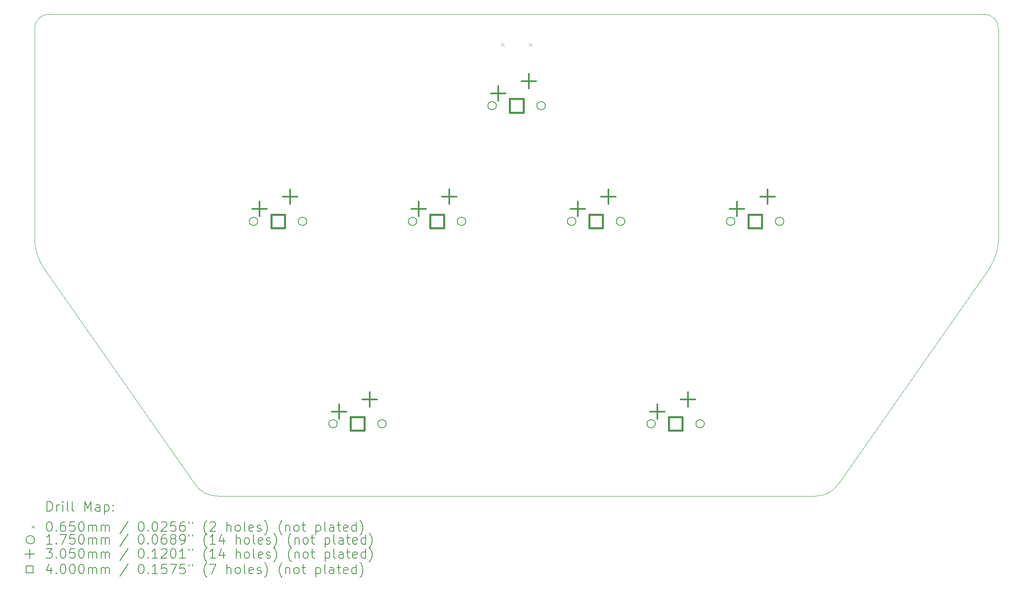
<source format=gbr>
%TF.GenerationSoftware,KiCad,Pcbnew,8.0.4*%
%TF.CreationDate,2024-07-22T04:35:15+08:00*%
%TF.ProjectId,PH-AC,50482d41-432e-46b6-9963-61645f706362,rev?*%
%TF.SameCoordinates,PX405f7e0PY328b740*%
%TF.FileFunction,Drillmap*%
%TF.FilePolarity,Positive*%
%FSLAX45Y45*%
G04 Gerber Fmt 4.5, Leading zero omitted, Abs format (unit mm)*
G04 Created by KiCad (PCBNEW 8.0.4) date 2024-07-22 04:35:15*
%MOMM*%
%LPD*%
G01*
G04 APERTURE LIST*
%ADD10C,0.050000*%
%ADD11C,0.200000*%
%ADD12C,0.100000*%
%ADD13C,0.175000*%
%ADD14C,0.305000*%
%ADD15C,0.400000*%
G04 APERTURE END LIST*
D10*
X19827961Y-5245770D02*
X16672039Y-9754230D01*
X300000Y0D02*
X19700000Y0D01*
X0Y-4700000D02*
X0Y-300000D01*
X3800000Y-10000000D02*
G75*
G02*
X3327962Y-9754230I-17720J542160D01*
G01*
X172039Y-5245770D02*
G75*
G02*
X-2Y-4700000I1056161J632930D01*
G01*
X0Y-300000D02*
G75*
G02*
X300000Y0I300000J0D01*
G01*
X19700000Y0D02*
G75*
G02*
X20000000Y-300000I0J-300000D01*
G01*
X16200000Y-10000000D02*
X3800000Y-10000000D01*
X20000000Y-4700000D02*
G75*
G02*
X19827960Y-5245769I-1228200J87160D01*
G01*
X3327961Y-9754230D02*
X172039Y-5245770D01*
X20000000Y-300000D02*
X20000000Y-4700000D01*
X16672039Y-9754230D02*
G75*
G02*
X16200000Y-10000001I-454319J296390D01*
G01*
D11*
D12*
X9678500Y-595500D02*
X9743500Y-660500D01*
X9743500Y-595500D02*
X9678500Y-660500D01*
X10256500Y-595500D02*
X10321500Y-660500D01*
X10321500Y-595500D02*
X10256500Y-660500D01*
D13*
X4629500Y-4300000D02*
G75*
G02*
X4454500Y-4300000I-87500J0D01*
G01*
X4454500Y-4300000D02*
G75*
G02*
X4629500Y-4300000I87500J0D01*
G01*
X5645500Y-4300000D02*
G75*
G02*
X5470500Y-4300000I-87500J0D01*
G01*
X5470500Y-4300000D02*
G75*
G02*
X5645500Y-4300000I87500J0D01*
G01*
X6279500Y-8500000D02*
G75*
G02*
X6104500Y-8500000I-87500J0D01*
G01*
X6104500Y-8500000D02*
G75*
G02*
X6279500Y-8500000I87500J0D01*
G01*
X7295500Y-8500000D02*
G75*
G02*
X7120500Y-8500000I-87500J0D01*
G01*
X7120500Y-8500000D02*
G75*
G02*
X7295500Y-8500000I87500J0D01*
G01*
X7929500Y-4300000D02*
G75*
G02*
X7754500Y-4300000I-87500J0D01*
G01*
X7754500Y-4300000D02*
G75*
G02*
X7929500Y-4300000I87500J0D01*
G01*
X8945500Y-4300000D02*
G75*
G02*
X8770500Y-4300000I-87500J0D01*
G01*
X8770500Y-4300000D02*
G75*
G02*
X8945500Y-4300000I87500J0D01*
G01*
X9579500Y-1900000D02*
G75*
G02*
X9404500Y-1900000I-87500J0D01*
G01*
X9404500Y-1900000D02*
G75*
G02*
X9579500Y-1900000I87500J0D01*
G01*
X10595500Y-1900000D02*
G75*
G02*
X10420500Y-1900000I-87500J0D01*
G01*
X10420500Y-1900000D02*
G75*
G02*
X10595500Y-1900000I87500J0D01*
G01*
X11229500Y-4300000D02*
G75*
G02*
X11054500Y-4300000I-87500J0D01*
G01*
X11054500Y-4300000D02*
G75*
G02*
X11229500Y-4300000I87500J0D01*
G01*
X12245500Y-4300000D02*
G75*
G02*
X12070500Y-4300000I-87500J0D01*
G01*
X12070500Y-4300000D02*
G75*
G02*
X12245500Y-4300000I87500J0D01*
G01*
X12879500Y-8500000D02*
G75*
G02*
X12704500Y-8500000I-87500J0D01*
G01*
X12704500Y-8500000D02*
G75*
G02*
X12879500Y-8500000I87500J0D01*
G01*
X13895500Y-8500000D02*
G75*
G02*
X13720500Y-8500000I-87500J0D01*
G01*
X13720500Y-8500000D02*
G75*
G02*
X13895500Y-8500000I87500J0D01*
G01*
X14529500Y-4300000D02*
G75*
G02*
X14354500Y-4300000I-87500J0D01*
G01*
X14354500Y-4300000D02*
G75*
G02*
X14529500Y-4300000I87500J0D01*
G01*
X15545500Y-4300000D02*
G75*
G02*
X15370500Y-4300000I-87500J0D01*
G01*
X15370500Y-4300000D02*
G75*
G02*
X15545500Y-4300000I87500J0D01*
G01*
D14*
X4669000Y-3893500D02*
X4669000Y-4198500D01*
X4516500Y-4046000D02*
X4821500Y-4046000D01*
X5304000Y-3639500D02*
X5304000Y-3944500D01*
X5151500Y-3792000D02*
X5456500Y-3792000D01*
X6319000Y-8093500D02*
X6319000Y-8398500D01*
X6166500Y-8246000D02*
X6471500Y-8246000D01*
X6954000Y-7839500D02*
X6954000Y-8144500D01*
X6801500Y-7992000D02*
X7106500Y-7992000D01*
X7969000Y-3893500D02*
X7969000Y-4198500D01*
X7816500Y-4046000D02*
X8121500Y-4046000D01*
X8604000Y-3639500D02*
X8604000Y-3944500D01*
X8451500Y-3792000D02*
X8756500Y-3792000D01*
X9619000Y-1493500D02*
X9619000Y-1798500D01*
X9466500Y-1646000D02*
X9771500Y-1646000D01*
X10254000Y-1239500D02*
X10254000Y-1544500D01*
X10101500Y-1392000D02*
X10406500Y-1392000D01*
X11269000Y-3893500D02*
X11269000Y-4198500D01*
X11116500Y-4046000D02*
X11421500Y-4046000D01*
X11904000Y-3639500D02*
X11904000Y-3944500D01*
X11751500Y-3792000D02*
X12056500Y-3792000D01*
X12919000Y-8093500D02*
X12919000Y-8398500D01*
X12766500Y-8246000D02*
X13071500Y-8246000D01*
X13554000Y-7839500D02*
X13554000Y-8144500D01*
X13401500Y-7992000D02*
X13706500Y-7992000D01*
X14569000Y-3893500D02*
X14569000Y-4198500D01*
X14416500Y-4046000D02*
X14721500Y-4046000D01*
X15204000Y-3639500D02*
X15204000Y-3944500D01*
X15051500Y-3792000D02*
X15356500Y-3792000D01*
D15*
X5191423Y-4441423D02*
X5191423Y-4158577D01*
X4908577Y-4158577D01*
X4908577Y-4441423D01*
X5191423Y-4441423D01*
X6841423Y-8641423D02*
X6841423Y-8358577D01*
X6558577Y-8358577D01*
X6558577Y-8641423D01*
X6841423Y-8641423D01*
X8491423Y-4441423D02*
X8491423Y-4158577D01*
X8208577Y-4158577D01*
X8208577Y-4441423D01*
X8491423Y-4441423D01*
X10141423Y-2041423D02*
X10141423Y-1758577D01*
X9858577Y-1758577D01*
X9858577Y-2041423D01*
X10141423Y-2041423D01*
X11791423Y-4441423D02*
X11791423Y-4158577D01*
X11508577Y-4158577D01*
X11508577Y-4441423D01*
X11791423Y-4441423D01*
X13441423Y-8641423D02*
X13441423Y-8358577D01*
X13158577Y-8358577D01*
X13158577Y-8641423D01*
X13441423Y-8641423D01*
X15091423Y-4441423D02*
X15091423Y-4158577D01*
X14808577Y-4158577D01*
X14808577Y-4441423D01*
X15091423Y-4441423D01*
D11*
X258277Y-10314274D02*
X258277Y-10114274D01*
X258277Y-10114274D02*
X305896Y-10114274D01*
X305896Y-10114274D02*
X334467Y-10123798D01*
X334467Y-10123798D02*
X353515Y-10142846D01*
X353515Y-10142846D02*
X363039Y-10161893D01*
X363039Y-10161893D02*
X372562Y-10199989D01*
X372562Y-10199989D02*
X372562Y-10228560D01*
X372562Y-10228560D02*
X363039Y-10266655D01*
X363039Y-10266655D02*
X353515Y-10285703D01*
X353515Y-10285703D02*
X334467Y-10304751D01*
X334467Y-10304751D02*
X305896Y-10314274D01*
X305896Y-10314274D02*
X258277Y-10314274D01*
X458277Y-10314274D02*
X458277Y-10180941D01*
X458277Y-10219036D02*
X467801Y-10199989D01*
X467801Y-10199989D02*
X477324Y-10190465D01*
X477324Y-10190465D02*
X496372Y-10180941D01*
X496372Y-10180941D02*
X515420Y-10180941D01*
X582086Y-10314274D02*
X582086Y-10180941D01*
X582086Y-10114274D02*
X572563Y-10123798D01*
X572563Y-10123798D02*
X582086Y-10133322D01*
X582086Y-10133322D02*
X591610Y-10123798D01*
X591610Y-10123798D02*
X582086Y-10114274D01*
X582086Y-10114274D02*
X582086Y-10133322D01*
X705896Y-10314274D02*
X686848Y-10304751D01*
X686848Y-10304751D02*
X677324Y-10285703D01*
X677324Y-10285703D02*
X677324Y-10114274D01*
X810658Y-10314274D02*
X791610Y-10304751D01*
X791610Y-10304751D02*
X782086Y-10285703D01*
X782086Y-10285703D02*
X782086Y-10114274D01*
X1039229Y-10314274D02*
X1039229Y-10114274D01*
X1039229Y-10114274D02*
X1105896Y-10257132D01*
X1105896Y-10257132D02*
X1172563Y-10114274D01*
X1172563Y-10114274D02*
X1172563Y-10314274D01*
X1353515Y-10314274D02*
X1353515Y-10209513D01*
X1353515Y-10209513D02*
X1343991Y-10190465D01*
X1343991Y-10190465D02*
X1324944Y-10180941D01*
X1324944Y-10180941D02*
X1286848Y-10180941D01*
X1286848Y-10180941D02*
X1267801Y-10190465D01*
X1353515Y-10304751D02*
X1334467Y-10314274D01*
X1334467Y-10314274D02*
X1286848Y-10314274D01*
X1286848Y-10314274D02*
X1267801Y-10304751D01*
X1267801Y-10304751D02*
X1258277Y-10285703D01*
X1258277Y-10285703D02*
X1258277Y-10266655D01*
X1258277Y-10266655D02*
X1267801Y-10247608D01*
X1267801Y-10247608D02*
X1286848Y-10238084D01*
X1286848Y-10238084D02*
X1334467Y-10238084D01*
X1334467Y-10238084D02*
X1353515Y-10228560D01*
X1448753Y-10180941D02*
X1448753Y-10380941D01*
X1448753Y-10190465D02*
X1467801Y-10180941D01*
X1467801Y-10180941D02*
X1505896Y-10180941D01*
X1505896Y-10180941D02*
X1524943Y-10190465D01*
X1524943Y-10190465D02*
X1534467Y-10199989D01*
X1534467Y-10199989D02*
X1543991Y-10219036D01*
X1543991Y-10219036D02*
X1543991Y-10276179D01*
X1543991Y-10276179D02*
X1534467Y-10295227D01*
X1534467Y-10295227D02*
X1524943Y-10304751D01*
X1524943Y-10304751D02*
X1505896Y-10314274D01*
X1505896Y-10314274D02*
X1467801Y-10314274D01*
X1467801Y-10314274D02*
X1448753Y-10304751D01*
X1629705Y-10295227D02*
X1639229Y-10304751D01*
X1639229Y-10304751D02*
X1629705Y-10314274D01*
X1629705Y-10314274D02*
X1620182Y-10304751D01*
X1620182Y-10304751D02*
X1629705Y-10295227D01*
X1629705Y-10295227D02*
X1629705Y-10314274D01*
X1629705Y-10190465D02*
X1639229Y-10199989D01*
X1639229Y-10199989D02*
X1629705Y-10209513D01*
X1629705Y-10209513D02*
X1620182Y-10199989D01*
X1620182Y-10199989D02*
X1629705Y-10190465D01*
X1629705Y-10190465D02*
X1629705Y-10209513D01*
D12*
X-67500Y-10610291D02*
X-2500Y-10675291D01*
X-2500Y-10610291D02*
X-67500Y-10675291D01*
D11*
X296372Y-10534274D02*
X315420Y-10534274D01*
X315420Y-10534274D02*
X334467Y-10543798D01*
X334467Y-10543798D02*
X343991Y-10553322D01*
X343991Y-10553322D02*
X353515Y-10572370D01*
X353515Y-10572370D02*
X363039Y-10610465D01*
X363039Y-10610465D02*
X363039Y-10658084D01*
X363039Y-10658084D02*
X353515Y-10696179D01*
X353515Y-10696179D02*
X343991Y-10715227D01*
X343991Y-10715227D02*
X334467Y-10724751D01*
X334467Y-10724751D02*
X315420Y-10734274D01*
X315420Y-10734274D02*
X296372Y-10734274D01*
X296372Y-10734274D02*
X277324Y-10724751D01*
X277324Y-10724751D02*
X267801Y-10715227D01*
X267801Y-10715227D02*
X258277Y-10696179D01*
X258277Y-10696179D02*
X248753Y-10658084D01*
X248753Y-10658084D02*
X248753Y-10610465D01*
X248753Y-10610465D02*
X258277Y-10572370D01*
X258277Y-10572370D02*
X267801Y-10553322D01*
X267801Y-10553322D02*
X277324Y-10543798D01*
X277324Y-10543798D02*
X296372Y-10534274D01*
X448753Y-10715227D02*
X458277Y-10724751D01*
X458277Y-10724751D02*
X448753Y-10734274D01*
X448753Y-10734274D02*
X439229Y-10724751D01*
X439229Y-10724751D02*
X448753Y-10715227D01*
X448753Y-10715227D02*
X448753Y-10734274D01*
X629705Y-10534274D02*
X591610Y-10534274D01*
X591610Y-10534274D02*
X572563Y-10543798D01*
X572563Y-10543798D02*
X563039Y-10553322D01*
X563039Y-10553322D02*
X543991Y-10581893D01*
X543991Y-10581893D02*
X534467Y-10619989D01*
X534467Y-10619989D02*
X534467Y-10696179D01*
X534467Y-10696179D02*
X543991Y-10715227D01*
X543991Y-10715227D02*
X553515Y-10724751D01*
X553515Y-10724751D02*
X572563Y-10734274D01*
X572563Y-10734274D02*
X610658Y-10734274D01*
X610658Y-10734274D02*
X629705Y-10724751D01*
X629705Y-10724751D02*
X639229Y-10715227D01*
X639229Y-10715227D02*
X648753Y-10696179D01*
X648753Y-10696179D02*
X648753Y-10648560D01*
X648753Y-10648560D02*
X639229Y-10629513D01*
X639229Y-10629513D02*
X629705Y-10619989D01*
X629705Y-10619989D02*
X610658Y-10610465D01*
X610658Y-10610465D02*
X572563Y-10610465D01*
X572563Y-10610465D02*
X553515Y-10619989D01*
X553515Y-10619989D02*
X543991Y-10629513D01*
X543991Y-10629513D02*
X534467Y-10648560D01*
X829705Y-10534274D02*
X734467Y-10534274D01*
X734467Y-10534274D02*
X724943Y-10629513D01*
X724943Y-10629513D02*
X734467Y-10619989D01*
X734467Y-10619989D02*
X753515Y-10610465D01*
X753515Y-10610465D02*
X801134Y-10610465D01*
X801134Y-10610465D02*
X820182Y-10619989D01*
X820182Y-10619989D02*
X829705Y-10629513D01*
X829705Y-10629513D02*
X839229Y-10648560D01*
X839229Y-10648560D02*
X839229Y-10696179D01*
X839229Y-10696179D02*
X829705Y-10715227D01*
X829705Y-10715227D02*
X820182Y-10724751D01*
X820182Y-10724751D02*
X801134Y-10734274D01*
X801134Y-10734274D02*
X753515Y-10734274D01*
X753515Y-10734274D02*
X734467Y-10724751D01*
X734467Y-10724751D02*
X724943Y-10715227D01*
X963039Y-10534274D02*
X982086Y-10534274D01*
X982086Y-10534274D02*
X1001134Y-10543798D01*
X1001134Y-10543798D02*
X1010658Y-10553322D01*
X1010658Y-10553322D02*
X1020182Y-10572370D01*
X1020182Y-10572370D02*
X1029705Y-10610465D01*
X1029705Y-10610465D02*
X1029705Y-10658084D01*
X1029705Y-10658084D02*
X1020182Y-10696179D01*
X1020182Y-10696179D02*
X1010658Y-10715227D01*
X1010658Y-10715227D02*
X1001134Y-10724751D01*
X1001134Y-10724751D02*
X982086Y-10734274D01*
X982086Y-10734274D02*
X963039Y-10734274D01*
X963039Y-10734274D02*
X943991Y-10724751D01*
X943991Y-10724751D02*
X934467Y-10715227D01*
X934467Y-10715227D02*
X924943Y-10696179D01*
X924943Y-10696179D02*
X915420Y-10658084D01*
X915420Y-10658084D02*
X915420Y-10610465D01*
X915420Y-10610465D02*
X924943Y-10572370D01*
X924943Y-10572370D02*
X934467Y-10553322D01*
X934467Y-10553322D02*
X943991Y-10543798D01*
X943991Y-10543798D02*
X963039Y-10534274D01*
X1115420Y-10734274D02*
X1115420Y-10600941D01*
X1115420Y-10619989D02*
X1124944Y-10610465D01*
X1124944Y-10610465D02*
X1143991Y-10600941D01*
X1143991Y-10600941D02*
X1172563Y-10600941D01*
X1172563Y-10600941D02*
X1191610Y-10610465D01*
X1191610Y-10610465D02*
X1201134Y-10629513D01*
X1201134Y-10629513D02*
X1201134Y-10734274D01*
X1201134Y-10629513D02*
X1210658Y-10610465D01*
X1210658Y-10610465D02*
X1229705Y-10600941D01*
X1229705Y-10600941D02*
X1258277Y-10600941D01*
X1258277Y-10600941D02*
X1277325Y-10610465D01*
X1277325Y-10610465D02*
X1286848Y-10629513D01*
X1286848Y-10629513D02*
X1286848Y-10734274D01*
X1382086Y-10734274D02*
X1382086Y-10600941D01*
X1382086Y-10619989D02*
X1391610Y-10610465D01*
X1391610Y-10610465D02*
X1410658Y-10600941D01*
X1410658Y-10600941D02*
X1439229Y-10600941D01*
X1439229Y-10600941D02*
X1458277Y-10610465D01*
X1458277Y-10610465D02*
X1467801Y-10629513D01*
X1467801Y-10629513D02*
X1467801Y-10734274D01*
X1467801Y-10629513D02*
X1477324Y-10610465D01*
X1477324Y-10610465D02*
X1496372Y-10600941D01*
X1496372Y-10600941D02*
X1524943Y-10600941D01*
X1524943Y-10600941D02*
X1543991Y-10610465D01*
X1543991Y-10610465D02*
X1553515Y-10629513D01*
X1553515Y-10629513D02*
X1553515Y-10734274D01*
X1943991Y-10524751D02*
X1772563Y-10781893D01*
X2201134Y-10534274D02*
X2220182Y-10534274D01*
X2220182Y-10534274D02*
X2239229Y-10543798D01*
X2239229Y-10543798D02*
X2248753Y-10553322D01*
X2248753Y-10553322D02*
X2258277Y-10572370D01*
X2258277Y-10572370D02*
X2267801Y-10610465D01*
X2267801Y-10610465D02*
X2267801Y-10658084D01*
X2267801Y-10658084D02*
X2258277Y-10696179D01*
X2258277Y-10696179D02*
X2248753Y-10715227D01*
X2248753Y-10715227D02*
X2239229Y-10724751D01*
X2239229Y-10724751D02*
X2220182Y-10734274D01*
X2220182Y-10734274D02*
X2201134Y-10734274D01*
X2201134Y-10734274D02*
X2182087Y-10724751D01*
X2182087Y-10724751D02*
X2172563Y-10715227D01*
X2172563Y-10715227D02*
X2163039Y-10696179D01*
X2163039Y-10696179D02*
X2153515Y-10658084D01*
X2153515Y-10658084D02*
X2153515Y-10610465D01*
X2153515Y-10610465D02*
X2163039Y-10572370D01*
X2163039Y-10572370D02*
X2172563Y-10553322D01*
X2172563Y-10553322D02*
X2182087Y-10543798D01*
X2182087Y-10543798D02*
X2201134Y-10534274D01*
X2353515Y-10715227D02*
X2363039Y-10724751D01*
X2363039Y-10724751D02*
X2353515Y-10734274D01*
X2353515Y-10734274D02*
X2343991Y-10724751D01*
X2343991Y-10724751D02*
X2353515Y-10715227D01*
X2353515Y-10715227D02*
X2353515Y-10734274D01*
X2486848Y-10534274D02*
X2505896Y-10534274D01*
X2505896Y-10534274D02*
X2524944Y-10543798D01*
X2524944Y-10543798D02*
X2534468Y-10553322D01*
X2534468Y-10553322D02*
X2543991Y-10572370D01*
X2543991Y-10572370D02*
X2553515Y-10610465D01*
X2553515Y-10610465D02*
X2553515Y-10658084D01*
X2553515Y-10658084D02*
X2543991Y-10696179D01*
X2543991Y-10696179D02*
X2534468Y-10715227D01*
X2534468Y-10715227D02*
X2524944Y-10724751D01*
X2524944Y-10724751D02*
X2505896Y-10734274D01*
X2505896Y-10734274D02*
X2486848Y-10734274D01*
X2486848Y-10734274D02*
X2467801Y-10724751D01*
X2467801Y-10724751D02*
X2458277Y-10715227D01*
X2458277Y-10715227D02*
X2448753Y-10696179D01*
X2448753Y-10696179D02*
X2439229Y-10658084D01*
X2439229Y-10658084D02*
X2439229Y-10610465D01*
X2439229Y-10610465D02*
X2448753Y-10572370D01*
X2448753Y-10572370D02*
X2458277Y-10553322D01*
X2458277Y-10553322D02*
X2467801Y-10543798D01*
X2467801Y-10543798D02*
X2486848Y-10534274D01*
X2629706Y-10553322D02*
X2639229Y-10543798D01*
X2639229Y-10543798D02*
X2658277Y-10534274D01*
X2658277Y-10534274D02*
X2705896Y-10534274D01*
X2705896Y-10534274D02*
X2724944Y-10543798D01*
X2724944Y-10543798D02*
X2734468Y-10553322D01*
X2734468Y-10553322D02*
X2743991Y-10572370D01*
X2743991Y-10572370D02*
X2743991Y-10591417D01*
X2743991Y-10591417D02*
X2734468Y-10619989D01*
X2734468Y-10619989D02*
X2620182Y-10734274D01*
X2620182Y-10734274D02*
X2743991Y-10734274D01*
X2924944Y-10534274D02*
X2829706Y-10534274D01*
X2829706Y-10534274D02*
X2820182Y-10629513D01*
X2820182Y-10629513D02*
X2829706Y-10619989D01*
X2829706Y-10619989D02*
X2848753Y-10610465D01*
X2848753Y-10610465D02*
X2896372Y-10610465D01*
X2896372Y-10610465D02*
X2915420Y-10619989D01*
X2915420Y-10619989D02*
X2924944Y-10629513D01*
X2924944Y-10629513D02*
X2934467Y-10648560D01*
X2934467Y-10648560D02*
X2934467Y-10696179D01*
X2934467Y-10696179D02*
X2924944Y-10715227D01*
X2924944Y-10715227D02*
X2915420Y-10724751D01*
X2915420Y-10724751D02*
X2896372Y-10734274D01*
X2896372Y-10734274D02*
X2848753Y-10734274D01*
X2848753Y-10734274D02*
X2829706Y-10724751D01*
X2829706Y-10724751D02*
X2820182Y-10715227D01*
X3105896Y-10534274D02*
X3067801Y-10534274D01*
X3067801Y-10534274D02*
X3048753Y-10543798D01*
X3048753Y-10543798D02*
X3039229Y-10553322D01*
X3039229Y-10553322D02*
X3020182Y-10581893D01*
X3020182Y-10581893D02*
X3010658Y-10619989D01*
X3010658Y-10619989D02*
X3010658Y-10696179D01*
X3010658Y-10696179D02*
X3020182Y-10715227D01*
X3020182Y-10715227D02*
X3029706Y-10724751D01*
X3029706Y-10724751D02*
X3048753Y-10734274D01*
X3048753Y-10734274D02*
X3086848Y-10734274D01*
X3086848Y-10734274D02*
X3105896Y-10724751D01*
X3105896Y-10724751D02*
X3115420Y-10715227D01*
X3115420Y-10715227D02*
X3124944Y-10696179D01*
X3124944Y-10696179D02*
X3124944Y-10648560D01*
X3124944Y-10648560D02*
X3115420Y-10629513D01*
X3115420Y-10629513D02*
X3105896Y-10619989D01*
X3105896Y-10619989D02*
X3086848Y-10610465D01*
X3086848Y-10610465D02*
X3048753Y-10610465D01*
X3048753Y-10610465D02*
X3029706Y-10619989D01*
X3029706Y-10619989D02*
X3020182Y-10629513D01*
X3020182Y-10629513D02*
X3010658Y-10648560D01*
X3201134Y-10534274D02*
X3201134Y-10572370D01*
X3277325Y-10534274D02*
X3277325Y-10572370D01*
X3572563Y-10810465D02*
X3563039Y-10800941D01*
X3563039Y-10800941D02*
X3543991Y-10772370D01*
X3543991Y-10772370D02*
X3534468Y-10753322D01*
X3534468Y-10753322D02*
X3524944Y-10724751D01*
X3524944Y-10724751D02*
X3515420Y-10677132D01*
X3515420Y-10677132D02*
X3515420Y-10639036D01*
X3515420Y-10639036D02*
X3524944Y-10591417D01*
X3524944Y-10591417D02*
X3534468Y-10562846D01*
X3534468Y-10562846D02*
X3543991Y-10543798D01*
X3543991Y-10543798D02*
X3563039Y-10515227D01*
X3563039Y-10515227D02*
X3572563Y-10505703D01*
X3639229Y-10553322D02*
X3648753Y-10543798D01*
X3648753Y-10543798D02*
X3667801Y-10534274D01*
X3667801Y-10534274D02*
X3715420Y-10534274D01*
X3715420Y-10534274D02*
X3734468Y-10543798D01*
X3734468Y-10543798D02*
X3743991Y-10553322D01*
X3743991Y-10553322D02*
X3753515Y-10572370D01*
X3753515Y-10572370D02*
X3753515Y-10591417D01*
X3753515Y-10591417D02*
X3743991Y-10619989D01*
X3743991Y-10619989D02*
X3629706Y-10734274D01*
X3629706Y-10734274D02*
X3753515Y-10734274D01*
X3991610Y-10734274D02*
X3991610Y-10534274D01*
X4077325Y-10734274D02*
X4077325Y-10629513D01*
X4077325Y-10629513D02*
X4067801Y-10610465D01*
X4067801Y-10610465D02*
X4048753Y-10600941D01*
X4048753Y-10600941D02*
X4020182Y-10600941D01*
X4020182Y-10600941D02*
X4001134Y-10610465D01*
X4001134Y-10610465D02*
X3991610Y-10619989D01*
X4201134Y-10734274D02*
X4182087Y-10724751D01*
X4182087Y-10724751D02*
X4172563Y-10715227D01*
X4172563Y-10715227D02*
X4163039Y-10696179D01*
X4163039Y-10696179D02*
X4163039Y-10639036D01*
X4163039Y-10639036D02*
X4172563Y-10619989D01*
X4172563Y-10619989D02*
X4182087Y-10610465D01*
X4182087Y-10610465D02*
X4201134Y-10600941D01*
X4201134Y-10600941D02*
X4229706Y-10600941D01*
X4229706Y-10600941D02*
X4248753Y-10610465D01*
X4248753Y-10610465D02*
X4258277Y-10619989D01*
X4258277Y-10619989D02*
X4267801Y-10639036D01*
X4267801Y-10639036D02*
X4267801Y-10696179D01*
X4267801Y-10696179D02*
X4258277Y-10715227D01*
X4258277Y-10715227D02*
X4248753Y-10724751D01*
X4248753Y-10724751D02*
X4229706Y-10734274D01*
X4229706Y-10734274D02*
X4201134Y-10734274D01*
X4382087Y-10734274D02*
X4363039Y-10724751D01*
X4363039Y-10724751D02*
X4353515Y-10705703D01*
X4353515Y-10705703D02*
X4353515Y-10534274D01*
X4534468Y-10724751D02*
X4515420Y-10734274D01*
X4515420Y-10734274D02*
X4477325Y-10734274D01*
X4477325Y-10734274D02*
X4458277Y-10724751D01*
X4458277Y-10724751D02*
X4448753Y-10705703D01*
X4448753Y-10705703D02*
X4448753Y-10629513D01*
X4448753Y-10629513D02*
X4458277Y-10610465D01*
X4458277Y-10610465D02*
X4477325Y-10600941D01*
X4477325Y-10600941D02*
X4515420Y-10600941D01*
X4515420Y-10600941D02*
X4534468Y-10610465D01*
X4534468Y-10610465D02*
X4543992Y-10629513D01*
X4543992Y-10629513D02*
X4543992Y-10648560D01*
X4543992Y-10648560D02*
X4448753Y-10667608D01*
X4620182Y-10724751D02*
X4639230Y-10734274D01*
X4639230Y-10734274D02*
X4677325Y-10734274D01*
X4677325Y-10734274D02*
X4696373Y-10724751D01*
X4696373Y-10724751D02*
X4705896Y-10705703D01*
X4705896Y-10705703D02*
X4705896Y-10696179D01*
X4705896Y-10696179D02*
X4696373Y-10677132D01*
X4696373Y-10677132D02*
X4677325Y-10667608D01*
X4677325Y-10667608D02*
X4648753Y-10667608D01*
X4648753Y-10667608D02*
X4629706Y-10658084D01*
X4629706Y-10658084D02*
X4620182Y-10639036D01*
X4620182Y-10639036D02*
X4620182Y-10629513D01*
X4620182Y-10629513D02*
X4629706Y-10610465D01*
X4629706Y-10610465D02*
X4648753Y-10600941D01*
X4648753Y-10600941D02*
X4677325Y-10600941D01*
X4677325Y-10600941D02*
X4696373Y-10610465D01*
X4772563Y-10810465D02*
X4782087Y-10800941D01*
X4782087Y-10800941D02*
X4801134Y-10772370D01*
X4801134Y-10772370D02*
X4810658Y-10753322D01*
X4810658Y-10753322D02*
X4820182Y-10724751D01*
X4820182Y-10724751D02*
X4829706Y-10677132D01*
X4829706Y-10677132D02*
X4829706Y-10639036D01*
X4829706Y-10639036D02*
X4820182Y-10591417D01*
X4820182Y-10591417D02*
X4810658Y-10562846D01*
X4810658Y-10562846D02*
X4801134Y-10543798D01*
X4801134Y-10543798D02*
X4782087Y-10515227D01*
X4782087Y-10515227D02*
X4772563Y-10505703D01*
X5134468Y-10810465D02*
X5124944Y-10800941D01*
X5124944Y-10800941D02*
X5105896Y-10772370D01*
X5105896Y-10772370D02*
X5096373Y-10753322D01*
X5096373Y-10753322D02*
X5086849Y-10724751D01*
X5086849Y-10724751D02*
X5077325Y-10677132D01*
X5077325Y-10677132D02*
X5077325Y-10639036D01*
X5077325Y-10639036D02*
X5086849Y-10591417D01*
X5086849Y-10591417D02*
X5096373Y-10562846D01*
X5096373Y-10562846D02*
X5105896Y-10543798D01*
X5105896Y-10543798D02*
X5124944Y-10515227D01*
X5124944Y-10515227D02*
X5134468Y-10505703D01*
X5210658Y-10600941D02*
X5210658Y-10734274D01*
X5210658Y-10619989D02*
X5220182Y-10610465D01*
X5220182Y-10610465D02*
X5239230Y-10600941D01*
X5239230Y-10600941D02*
X5267801Y-10600941D01*
X5267801Y-10600941D02*
X5286849Y-10610465D01*
X5286849Y-10610465D02*
X5296373Y-10629513D01*
X5296373Y-10629513D02*
X5296373Y-10734274D01*
X5420182Y-10734274D02*
X5401134Y-10724751D01*
X5401134Y-10724751D02*
X5391611Y-10715227D01*
X5391611Y-10715227D02*
X5382087Y-10696179D01*
X5382087Y-10696179D02*
X5382087Y-10639036D01*
X5382087Y-10639036D02*
X5391611Y-10619989D01*
X5391611Y-10619989D02*
X5401134Y-10610465D01*
X5401134Y-10610465D02*
X5420182Y-10600941D01*
X5420182Y-10600941D02*
X5448754Y-10600941D01*
X5448754Y-10600941D02*
X5467801Y-10610465D01*
X5467801Y-10610465D02*
X5477325Y-10619989D01*
X5477325Y-10619989D02*
X5486849Y-10639036D01*
X5486849Y-10639036D02*
X5486849Y-10696179D01*
X5486849Y-10696179D02*
X5477325Y-10715227D01*
X5477325Y-10715227D02*
X5467801Y-10724751D01*
X5467801Y-10724751D02*
X5448754Y-10734274D01*
X5448754Y-10734274D02*
X5420182Y-10734274D01*
X5543992Y-10600941D02*
X5620182Y-10600941D01*
X5572563Y-10534274D02*
X5572563Y-10705703D01*
X5572563Y-10705703D02*
X5582087Y-10724751D01*
X5582087Y-10724751D02*
X5601134Y-10734274D01*
X5601134Y-10734274D02*
X5620182Y-10734274D01*
X5839230Y-10600941D02*
X5839230Y-10800941D01*
X5839230Y-10610465D02*
X5858277Y-10600941D01*
X5858277Y-10600941D02*
X5896373Y-10600941D01*
X5896373Y-10600941D02*
X5915420Y-10610465D01*
X5915420Y-10610465D02*
X5924944Y-10619989D01*
X5924944Y-10619989D02*
X5934468Y-10639036D01*
X5934468Y-10639036D02*
X5934468Y-10696179D01*
X5934468Y-10696179D02*
X5924944Y-10715227D01*
X5924944Y-10715227D02*
X5915420Y-10724751D01*
X5915420Y-10724751D02*
X5896373Y-10734274D01*
X5896373Y-10734274D02*
X5858277Y-10734274D01*
X5858277Y-10734274D02*
X5839230Y-10724751D01*
X6048753Y-10734274D02*
X6029706Y-10724751D01*
X6029706Y-10724751D02*
X6020182Y-10705703D01*
X6020182Y-10705703D02*
X6020182Y-10534274D01*
X6210658Y-10734274D02*
X6210658Y-10629513D01*
X6210658Y-10629513D02*
X6201134Y-10610465D01*
X6201134Y-10610465D02*
X6182087Y-10600941D01*
X6182087Y-10600941D02*
X6143992Y-10600941D01*
X6143992Y-10600941D02*
X6124944Y-10610465D01*
X6210658Y-10724751D02*
X6191611Y-10734274D01*
X6191611Y-10734274D02*
X6143992Y-10734274D01*
X6143992Y-10734274D02*
X6124944Y-10724751D01*
X6124944Y-10724751D02*
X6115420Y-10705703D01*
X6115420Y-10705703D02*
X6115420Y-10686655D01*
X6115420Y-10686655D02*
X6124944Y-10667608D01*
X6124944Y-10667608D02*
X6143992Y-10658084D01*
X6143992Y-10658084D02*
X6191611Y-10658084D01*
X6191611Y-10658084D02*
X6210658Y-10648560D01*
X6277325Y-10600941D02*
X6353515Y-10600941D01*
X6305896Y-10534274D02*
X6305896Y-10705703D01*
X6305896Y-10705703D02*
X6315420Y-10724751D01*
X6315420Y-10724751D02*
X6334468Y-10734274D01*
X6334468Y-10734274D02*
X6353515Y-10734274D01*
X6496373Y-10724751D02*
X6477325Y-10734274D01*
X6477325Y-10734274D02*
X6439230Y-10734274D01*
X6439230Y-10734274D02*
X6420182Y-10724751D01*
X6420182Y-10724751D02*
X6410658Y-10705703D01*
X6410658Y-10705703D02*
X6410658Y-10629513D01*
X6410658Y-10629513D02*
X6420182Y-10610465D01*
X6420182Y-10610465D02*
X6439230Y-10600941D01*
X6439230Y-10600941D02*
X6477325Y-10600941D01*
X6477325Y-10600941D02*
X6496373Y-10610465D01*
X6496373Y-10610465D02*
X6505896Y-10629513D01*
X6505896Y-10629513D02*
X6505896Y-10648560D01*
X6505896Y-10648560D02*
X6410658Y-10667608D01*
X6677325Y-10734274D02*
X6677325Y-10534274D01*
X6677325Y-10724751D02*
X6658277Y-10734274D01*
X6658277Y-10734274D02*
X6620182Y-10734274D01*
X6620182Y-10734274D02*
X6601134Y-10724751D01*
X6601134Y-10724751D02*
X6591611Y-10715227D01*
X6591611Y-10715227D02*
X6582087Y-10696179D01*
X6582087Y-10696179D02*
X6582087Y-10639036D01*
X6582087Y-10639036D02*
X6591611Y-10619989D01*
X6591611Y-10619989D02*
X6601134Y-10610465D01*
X6601134Y-10610465D02*
X6620182Y-10600941D01*
X6620182Y-10600941D02*
X6658277Y-10600941D01*
X6658277Y-10600941D02*
X6677325Y-10610465D01*
X6753515Y-10810465D02*
X6763039Y-10800941D01*
X6763039Y-10800941D02*
X6782087Y-10772370D01*
X6782087Y-10772370D02*
X6791611Y-10753322D01*
X6791611Y-10753322D02*
X6801134Y-10724751D01*
X6801134Y-10724751D02*
X6810658Y-10677132D01*
X6810658Y-10677132D02*
X6810658Y-10639036D01*
X6810658Y-10639036D02*
X6801134Y-10591417D01*
X6801134Y-10591417D02*
X6791611Y-10562846D01*
X6791611Y-10562846D02*
X6782087Y-10543798D01*
X6782087Y-10543798D02*
X6763039Y-10515227D01*
X6763039Y-10515227D02*
X6753515Y-10505703D01*
D13*
X-2500Y-10906791D02*
G75*
G02*
X-177500Y-10906791I-87500J0D01*
G01*
X-177500Y-10906791D02*
G75*
G02*
X-2500Y-10906791I87500J0D01*
G01*
D11*
X363039Y-10998274D02*
X248753Y-10998274D01*
X305896Y-10998274D02*
X305896Y-10798274D01*
X305896Y-10798274D02*
X286848Y-10826846D01*
X286848Y-10826846D02*
X267801Y-10845893D01*
X267801Y-10845893D02*
X248753Y-10855417D01*
X448753Y-10979227D02*
X458277Y-10988751D01*
X458277Y-10988751D02*
X448753Y-10998274D01*
X448753Y-10998274D02*
X439229Y-10988751D01*
X439229Y-10988751D02*
X448753Y-10979227D01*
X448753Y-10979227D02*
X448753Y-10998274D01*
X524944Y-10798274D02*
X658277Y-10798274D01*
X658277Y-10798274D02*
X572563Y-10998274D01*
X829705Y-10798274D02*
X734467Y-10798274D01*
X734467Y-10798274D02*
X724943Y-10893513D01*
X724943Y-10893513D02*
X734467Y-10883989D01*
X734467Y-10883989D02*
X753515Y-10874465D01*
X753515Y-10874465D02*
X801134Y-10874465D01*
X801134Y-10874465D02*
X820182Y-10883989D01*
X820182Y-10883989D02*
X829705Y-10893513D01*
X829705Y-10893513D02*
X839229Y-10912560D01*
X839229Y-10912560D02*
X839229Y-10960179D01*
X839229Y-10960179D02*
X829705Y-10979227D01*
X829705Y-10979227D02*
X820182Y-10988751D01*
X820182Y-10988751D02*
X801134Y-10998274D01*
X801134Y-10998274D02*
X753515Y-10998274D01*
X753515Y-10998274D02*
X734467Y-10988751D01*
X734467Y-10988751D02*
X724943Y-10979227D01*
X963039Y-10798274D02*
X982086Y-10798274D01*
X982086Y-10798274D02*
X1001134Y-10807798D01*
X1001134Y-10807798D02*
X1010658Y-10817322D01*
X1010658Y-10817322D02*
X1020182Y-10836370D01*
X1020182Y-10836370D02*
X1029705Y-10874465D01*
X1029705Y-10874465D02*
X1029705Y-10922084D01*
X1029705Y-10922084D02*
X1020182Y-10960179D01*
X1020182Y-10960179D02*
X1010658Y-10979227D01*
X1010658Y-10979227D02*
X1001134Y-10988751D01*
X1001134Y-10988751D02*
X982086Y-10998274D01*
X982086Y-10998274D02*
X963039Y-10998274D01*
X963039Y-10998274D02*
X943991Y-10988751D01*
X943991Y-10988751D02*
X934467Y-10979227D01*
X934467Y-10979227D02*
X924943Y-10960179D01*
X924943Y-10960179D02*
X915420Y-10922084D01*
X915420Y-10922084D02*
X915420Y-10874465D01*
X915420Y-10874465D02*
X924943Y-10836370D01*
X924943Y-10836370D02*
X934467Y-10817322D01*
X934467Y-10817322D02*
X943991Y-10807798D01*
X943991Y-10807798D02*
X963039Y-10798274D01*
X1115420Y-10998274D02*
X1115420Y-10864941D01*
X1115420Y-10883989D02*
X1124944Y-10874465D01*
X1124944Y-10874465D02*
X1143991Y-10864941D01*
X1143991Y-10864941D02*
X1172563Y-10864941D01*
X1172563Y-10864941D02*
X1191610Y-10874465D01*
X1191610Y-10874465D02*
X1201134Y-10893513D01*
X1201134Y-10893513D02*
X1201134Y-10998274D01*
X1201134Y-10893513D02*
X1210658Y-10874465D01*
X1210658Y-10874465D02*
X1229705Y-10864941D01*
X1229705Y-10864941D02*
X1258277Y-10864941D01*
X1258277Y-10864941D02*
X1277325Y-10874465D01*
X1277325Y-10874465D02*
X1286848Y-10893513D01*
X1286848Y-10893513D02*
X1286848Y-10998274D01*
X1382086Y-10998274D02*
X1382086Y-10864941D01*
X1382086Y-10883989D02*
X1391610Y-10874465D01*
X1391610Y-10874465D02*
X1410658Y-10864941D01*
X1410658Y-10864941D02*
X1439229Y-10864941D01*
X1439229Y-10864941D02*
X1458277Y-10874465D01*
X1458277Y-10874465D02*
X1467801Y-10893513D01*
X1467801Y-10893513D02*
X1467801Y-10998274D01*
X1467801Y-10893513D02*
X1477324Y-10874465D01*
X1477324Y-10874465D02*
X1496372Y-10864941D01*
X1496372Y-10864941D02*
X1524943Y-10864941D01*
X1524943Y-10864941D02*
X1543991Y-10874465D01*
X1543991Y-10874465D02*
X1553515Y-10893513D01*
X1553515Y-10893513D02*
X1553515Y-10998274D01*
X1943991Y-10788751D02*
X1772563Y-11045893D01*
X2201134Y-10798274D02*
X2220182Y-10798274D01*
X2220182Y-10798274D02*
X2239229Y-10807798D01*
X2239229Y-10807798D02*
X2248753Y-10817322D01*
X2248753Y-10817322D02*
X2258277Y-10836370D01*
X2258277Y-10836370D02*
X2267801Y-10874465D01*
X2267801Y-10874465D02*
X2267801Y-10922084D01*
X2267801Y-10922084D02*
X2258277Y-10960179D01*
X2258277Y-10960179D02*
X2248753Y-10979227D01*
X2248753Y-10979227D02*
X2239229Y-10988751D01*
X2239229Y-10988751D02*
X2220182Y-10998274D01*
X2220182Y-10998274D02*
X2201134Y-10998274D01*
X2201134Y-10998274D02*
X2182087Y-10988751D01*
X2182087Y-10988751D02*
X2172563Y-10979227D01*
X2172563Y-10979227D02*
X2163039Y-10960179D01*
X2163039Y-10960179D02*
X2153515Y-10922084D01*
X2153515Y-10922084D02*
X2153515Y-10874465D01*
X2153515Y-10874465D02*
X2163039Y-10836370D01*
X2163039Y-10836370D02*
X2172563Y-10817322D01*
X2172563Y-10817322D02*
X2182087Y-10807798D01*
X2182087Y-10807798D02*
X2201134Y-10798274D01*
X2353515Y-10979227D02*
X2363039Y-10988751D01*
X2363039Y-10988751D02*
X2353515Y-10998274D01*
X2353515Y-10998274D02*
X2343991Y-10988751D01*
X2343991Y-10988751D02*
X2353515Y-10979227D01*
X2353515Y-10979227D02*
X2353515Y-10998274D01*
X2486848Y-10798274D02*
X2505896Y-10798274D01*
X2505896Y-10798274D02*
X2524944Y-10807798D01*
X2524944Y-10807798D02*
X2534468Y-10817322D01*
X2534468Y-10817322D02*
X2543991Y-10836370D01*
X2543991Y-10836370D02*
X2553515Y-10874465D01*
X2553515Y-10874465D02*
X2553515Y-10922084D01*
X2553515Y-10922084D02*
X2543991Y-10960179D01*
X2543991Y-10960179D02*
X2534468Y-10979227D01*
X2534468Y-10979227D02*
X2524944Y-10988751D01*
X2524944Y-10988751D02*
X2505896Y-10998274D01*
X2505896Y-10998274D02*
X2486848Y-10998274D01*
X2486848Y-10998274D02*
X2467801Y-10988751D01*
X2467801Y-10988751D02*
X2458277Y-10979227D01*
X2458277Y-10979227D02*
X2448753Y-10960179D01*
X2448753Y-10960179D02*
X2439229Y-10922084D01*
X2439229Y-10922084D02*
X2439229Y-10874465D01*
X2439229Y-10874465D02*
X2448753Y-10836370D01*
X2448753Y-10836370D02*
X2458277Y-10817322D01*
X2458277Y-10817322D02*
X2467801Y-10807798D01*
X2467801Y-10807798D02*
X2486848Y-10798274D01*
X2724944Y-10798274D02*
X2686848Y-10798274D01*
X2686848Y-10798274D02*
X2667801Y-10807798D01*
X2667801Y-10807798D02*
X2658277Y-10817322D01*
X2658277Y-10817322D02*
X2639229Y-10845893D01*
X2639229Y-10845893D02*
X2629706Y-10883989D01*
X2629706Y-10883989D02*
X2629706Y-10960179D01*
X2629706Y-10960179D02*
X2639229Y-10979227D01*
X2639229Y-10979227D02*
X2648753Y-10988751D01*
X2648753Y-10988751D02*
X2667801Y-10998274D01*
X2667801Y-10998274D02*
X2705896Y-10998274D01*
X2705896Y-10998274D02*
X2724944Y-10988751D01*
X2724944Y-10988751D02*
X2734468Y-10979227D01*
X2734468Y-10979227D02*
X2743991Y-10960179D01*
X2743991Y-10960179D02*
X2743991Y-10912560D01*
X2743991Y-10912560D02*
X2734468Y-10893513D01*
X2734468Y-10893513D02*
X2724944Y-10883989D01*
X2724944Y-10883989D02*
X2705896Y-10874465D01*
X2705896Y-10874465D02*
X2667801Y-10874465D01*
X2667801Y-10874465D02*
X2648753Y-10883989D01*
X2648753Y-10883989D02*
X2639229Y-10893513D01*
X2639229Y-10893513D02*
X2629706Y-10912560D01*
X2858277Y-10883989D02*
X2839229Y-10874465D01*
X2839229Y-10874465D02*
X2829706Y-10864941D01*
X2829706Y-10864941D02*
X2820182Y-10845893D01*
X2820182Y-10845893D02*
X2820182Y-10836370D01*
X2820182Y-10836370D02*
X2829706Y-10817322D01*
X2829706Y-10817322D02*
X2839229Y-10807798D01*
X2839229Y-10807798D02*
X2858277Y-10798274D01*
X2858277Y-10798274D02*
X2896372Y-10798274D01*
X2896372Y-10798274D02*
X2915420Y-10807798D01*
X2915420Y-10807798D02*
X2924944Y-10817322D01*
X2924944Y-10817322D02*
X2934467Y-10836370D01*
X2934467Y-10836370D02*
X2934467Y-10845893D01*
X2934467Y-10845893D02*
X2924944Y-10864941D01*
X2924944Y-10864941D02*
X2915420Y-10874465D01*
X2915420Y-10874465D02*
X2896372Y-10883989D01*
X2896372Y-10883989D02*
X2858277Y-10883989D01*
X2858277Y-10883989D02*
X2839229Y-10893513D01*
X2839229Y-10893513D02*
X2829706Y-10903036D01*
X2829706Y-10903036D02*
X2820182Y-10922084D01*
X2820182Y-10922084D02*
X2820182Y-10960179D01*
X2820182Y-10960179D02*
X2829706Y-10979227D01*
X2829706Y-10979227D02*
X2839229Y-10988751D01*
X2839229Y-10988751D02*
X2858277Y-10998274D01*
X2858277Y-10998274D02*
X2896372Y-10998274D01*
X2896372Y-10998274D02*
X2915420Y-10988751D01*
X2915420Y-10988751D02*
X2924944Y-10979227D01*
X2924944Y-10979227D02*
X2934467Y-10960179D01*
X2934467Y-10960179D02*
X2934467Y-10922084D01*
X2934467Y-10922084D02*
X2924944Y-10903036D01*
X2924944Y-10903036D02*
X2915420Y-10893513D01*
X2915420Y-10893513D02*
X2896372Y-10883989D01*
X3029706Y-10998274D02*
X3067801Y-10998274D01*
X3067801Y-10998274D02*
X3086848Y-10988751D01*
X3086848Y-10988751D02*
X3096372Y-10979227D01*
X3096372Y-10979227D02*
X3115420Y-10950655D01*
X3115420Y-10950655D02*
X3124944Y-10912560D01*
X3124944Y-10912560D02*
X3124944Y-10836370D01*
X3124944Y-10836370D02*
X3115420Y-10817322D01*
X3115420Y-10817322D02*
X3105896Y-10807798D01*
X3105896Y-10807798D02*
X3086848Y-10798274D01*
X3086848Y-10798274D02*
X3048753Y-10798274D01*
X3048753Y-10798274D02*
X3029706Y-10807798D01*
X3029706Y-10807798D02*
X3020182Y-10817322D01*
X3020182Y-10817322D02*
X3010658Y-10836370D01*
X3010658Y-10836370D02*
X3010658Y-10883989D01*
X3010658Y-10883989D02*
X3020182Y-10903036D01*
X3020182Y-10903036D02*
X3029706Y-10912560D01*
X3029706Y-10912560D02*
X3048753Y-10922084D01*
X3048753Y-10922084D02*
X3086848Y-10922084D01*
X3086848Y-10922084D02*
X3105896Y-10912560D01*
X3105896Y-10912560D02*
X3115420Y-10903036D01*
X3115420Y-10903036D02*
X3124944Y-10883989D01*
X3201134Y-10798274D02*
X3201134Y-10836370D01*
X3277325Y-10798274D02*
X3277325Y-10836370D01*
X3572563Y-11074465D02*
X3563039Y-11064941D01*
X3563039Y-11064941D02*
X3543991Y-11036370D01*
X3543991Y-11036370D02*
X3534468Y-11017322D01*
X3534468Y-11017322D02*
X3524944Y-10988751D01*
X3524944Y-10988751D02*
X3515420Y-10941132D01*
X3515420Y-10941132D02*
X3515420Y-10903036D01*
X3515420Y-10903036D02*
X3524944Y-10855417D01*
X3524944Y-10855417D02*
X3534468Y-10826846D01*
X3534468Y-10826846D02*
X3543991Y-10807798D01*
X3543991Y-10807798D02*
X3563039Y-10779227D01*
X3563039Y-10779227D02*
X3572563Y-10769703D01*
X3753515Y-10998274D02*
X3639229Y-10998274D01*
X3696372Y-10998274D02*
X3696372Y-10798274D01*
X3696372Y-10798274D02*
X3677325Y-10826846D01*
X3677325Y-10826846D02*
X3658277Y-10845893D01*
X3658277Y-10845893D02*
X3639229Y-10855417D01*
X3924944Y-10864941D02*
X3924944Y-10998274D01*
X3877325Y-10788751D02*
X3829706Y-10931608D01*
X3829706Y-10931608D02*
X3953515Y-10931608D01*
X4182087Y-10998274D02*
X4182087Y-10798274D01*
X4267801Y-10998274D02*
X4267801Y-10893513D01*
X4267801Y-10893513D02*
X4258277Y-10874465D01*
X4258277Y-10874465D02*
X4239230Y-10864941D01*
X4239230Y-10864941D02*
X4210658Y-10864941D01*
X4210658Y-10864941D02*
X4191610Y-10874465D01*
X4191610Y-10874465D02*
X4182087Y-10883989D01*
X4391611Y-10998274D02*
X4372563Y-10988751D01*
X4372563Y-10988751D02*
X4363039Y-10979227D01*
X4363039Y-10979227D02*
X4353515Y-10960179D01*
X4353515Y-10960179D02*
X4353515Y-10903036D01*
X4353515Y-10903036D02*
X4363039Y-10883989D01*
X4363039Y-10883989D02*
X4372563Y-10874465D01*
X4372563Y-10874465D02*
X4391611Y-10864941D01*
X4391611Y-10864941D02*
X4420182Y-10864941D01*
X4420182Y-10864941D02*
X4439230Y-10874465D01*
X4439230Y-10874465D02*
X4448753Y-10883989D01*
X4448753Y-10883989D02*
X4458277Y-10903036D01*
X4458277Y-10903036D02*
X4458277Y-10960179D01*
X4458277Y-10960179D02*
X4448753Y-10979227D01*
X4448753Y-10979227D02*
X4439230Y-10988751D01*
X4439230Y-10988751D02*
X4420182Y-10998274D01*
X4420182Y-10998274D02*
X4391611Y-10998274D01*
X4572563Y-10998274D02*
X4553515Y-10988751D01*
X4553515Y-10988751D02*
X4543992Y-10969703D01*
X4543992Y-10969703D02*
X4543992Y-10798274D01*
X4724944Y-10988751D02*
X4705896Y-10998274D01*
X4705896Y-10998274D02*
X4667801Y-10998274D01*
X4667801Y-10998274D02*
X4648753Y-10988751D01*
X4648753Y-10988751D02*
X4639230Y-10969703D01*
X4639230Y-10969703D02*
X4639230Y-10893513D01*
X4639230Y-10893513D02*
X4648753Y-10874465D01*
X4648753Y-10874465D02*
X4667801Y-10864941D01*
X4667801Y-10864941D02*
X4705896Y-10864941D01*
X4705896Y-10864941D02*
X4724944Y-10874465D01*
X4724944Y-10874465D02*
X4734468Y-10893513D01*
X4734468Y-10893513D02*
X4734468Y-10912560D01*
X4734468Y-10912560D02*
X4639230Y-10931608D01*
X4810658Y-10988751D02*
X4829706Y-10998274D01*
X4829706Y-10998274D02*
X4867801Y-10998274D01*
X4867801Y-10998274D02*
X4886849Y-10988751D01*
X4886849Y-10988751D02*
X4896373Y-10969703D01*
X4896373Y-10969703D02*
X4896373Y-10960179D01*
X4896373Y-10960179D02*
X4886849Y-10941132D01*
X4886849Y-10941132D02*
X4867801Y-10931608D01*
X4867801Y-10931608D02*
X4839230Y-10931608D01*
X4839230Y-10931608D02*
X4820182Y-10922084D01*
X4820182Y-10922084D02*
X4810658Y-10903036D01*
X4810658Y-10903036D02*
X4810658Y-10893513D01*
X4810658Y-10893513D02*
X4820182Y-10874465D01*
X4820182Y-10874465D02*
X4839230Y-10864941D01*
X4839230Y-10864941D02*
X4867801Y-10864941D01*
X4867801Y-10864941D02*
X4886849Y-10874465D01*
X4963039Y-11074465D02*
X4972563Y-11064941D01*
X4972563Y-11064941D02*
X4991611Y-11036370D01*
X4991611Y-11036370D02*
X5001134Y-11017322D01*
X5001134Y-11017322D02*
X5010658Y-10988751D01*
X5010658Y-10988751D02*
X5020182Y-10941132D01*
X5020182Y-10941132D02*
X5020182Y-10903036D01*
X5020182Y-10903036D02*
X5010658Y-10855417D01*
X5010658Y-10855417D02*
X5001134Y-10826846D01*
X5001134Y-10826846D02*
X4991611Y-10807798D01*
X4991611Y-10807798D02*
X4972563Y-10779227D01*
X4972563Y-10779227D02*
X4963039Y-10769703D01*
X5324944Y-11074465D02*
X5315420Y-11064941D01*
X5315420Y-11064941D02*
X5296373Y-11036370D01*
X5296373Y-11036370D02*
X5286849Y-11017322D01*
X5286849Y-11017322D02*
X5277325Y-10988751D01*
X5277325Y-10988751D02*
X5267801Y-10941132D01*
X5267801Y-10941132D02*
X5267801Y-10903036D01*
X5267801Y-10903036D02*
X5277325Y-10855417D01*
X5277325Y-10855417D02*
X5286849Y-10826846D01*
X5286849Y-10826846D02*
X5296373Y-10807798D01*
X5296373Y-10807798D02*
X5315420Y-10779227D01*
X5315420Y-10779227D02*
X5324944Y-10769703D01*
X5401134Y-10864941D02*
X5401134Y-10998274D01*
X5401134Y-10883989D02*
X5410658Y-10874465D01*
X5410658Y-10874465D02*
X5429706Y-10864941D01*
X5429706Y-10864941D02*
X5458277Y-10864941D01*
X5458277Y-10864941D02*
X5477325Y-10874465D01*
X5477325Y-10874465D02*
X5486849Y-10893513D01*
X5486849Y-10893513D02*
X5486849Y-10998274D01*
X5610658Y-10998274D02*
X5591611Y-10988751D01*
X5591611Y-10988751D02*
X5582087Y-10979227D01*
X5582087Y-10979227D02*
X5572563Y-10960179D01*
X5572563Y-10960179D02*
X5572563Y-10903036D01*
X5572563Y-10903036D02*
X5582087Y-10883989D01*
X5582087Y-10883989D02*
X5591611Y-10874465D01*
X5591611Y-10874465D02*
X5610658Y-10864941D01*
X5610658Y-10864941D02*
X5639230Y-10864941D01*
X5639230Y-10864941D02*
X5658277Y-10874465D01*
X5658277Y-10874465D02*
X5667801Y-10883989D01*
X5667801Y-10883989D02*
X5677325Y-10903036D01*
X5677325Y-10903036D02*
X5677325Y-10960179D01*
X5677325Y-10960179D02*
X5667801Y-10979227D01*
X5667801Y-10979227D02*
X5658277Y-10988751D01*
X5658277Y-10988751D02*
X5639230Y-10998274D01*
X5639230Y-10998274D02*
X5610658Y-10998274D01*
X5734468Y-10864941D02*
X5810658Y-10864941D01*
X5763039Y-10798274D02*
X5763039Y-10969703D01*
X5763039Y-10969703D02*
X5772563Y-10988751D01*
X5772563Y-10988751D02*
X5791611Y-10998274D01*
X5791611Y-10998274D02*
X5810658Y-10998274D01*
X6029706Y-10864941D02*
X6029706Y-11064941D01*
X6029706Y-10874465D02*
X6048753Y-10864941D01*
X6048753Y-10864941D02*
X6086849Y-10864941D01*
X6086849Y-10864941D02*
X6105896Y-10874465D01*
X6105896Y-10874465D02*
X6115420Y-10883989D01*
X6115420Y-10883989D02*
X6124944Y-10903036D01*
X6124944Y-10903036D02*
X6124944Y-10960179D01*
X6124944Y-10960179D02*
X6115420Y-10979227D01*
X6115420Y-10979227D02*
X6105896Y-10988751D01*
X6105896Y-10988751D02*
X6086849Y-10998274D01*
X6086849Y-10998274D02*
X6048753Y-10998274D01*
X6048753Y-10998274D02*
X6029706Y-10988751D01*
X6239230Y-10998274D02*
X6220182Y-10988751D01*
X6220182Y-10988751D02*
X6210658Y-10969703D01*
X6210658Y-10969703D02*
X6210658Y-10798274D01*
X6401134Y-10998274D02*
X6401134Y-10893513D01*
X6401134Y-10893513D02*
X6391611Y-10874465D01*
X6391611Y-10874465D02*
X6372563Y-10864941D01*
X6372563Y-10864941D02*
X6334468Y-10864941D01*
X6334468Y-10864941D02*
X6315420Y-10874465D01*
X6401134Y-10988751D02*
X6382087Y-10998274D01*
X6382087Y-10998274D02*
X6334468Y-10998274D01*
X6334468Y-10998274D02*
X6315420Y-10988751D01*
X6315420Y-10988751D02*
X6305896Y-10969703D01*
X6305896Y-10969703D02*
X6305896Y-10950655D01*
X6305896Y-10950655D02*
X6315420Y-10931608D01*
X6315420Y-10931608D02*
X6334468Y-10922084D01*
X6334468Y-10922084D02*
X6382087Y-10922084D01*
X6382087Y-10922084D02*
X6401134Y-10912560D01*
X6467801Y-10864941D02*
X6543992Y-10864941D01*
X6496373Y-10798274D02*
X6496373Y-10969703D01*
X6496373Y-10969703D02*
X6505896Y-10988751D01*
X6505896Y-10988751D02*
X6524944Y-10998274D01*
X6524944Y-10998274D02*
X6543992Y-10998274D01*
X6686849Y-10988751D02*
X6667801Y-10998274D01*
X6667801Y-10998274D02*
X6629706Y-10998274D01*
X6629706Y-10998274D02*
X6610658Y-10988751D01*
X6610658Y-10988751D02*
X6601134Y-10969703D01*
X6601134Y-10969703D02*
X6601134Y-10893513D01*
X6601134Y-10893513D02*
X6610658Y-10874465D01*
X6610658Y-10874465D02*
X6629706Y-10864941D01*
X6629706Y-10864941D02*
X6667801Y-10864941D01*
X6667801Y-10864941D02*
X6686849Y-10874465D01*
X6686849Y-10874465D02*
X6696373Y-10893513D01*
X6696373Y-10893513D02*
X6696373Y-10912560D01*
X6696373Y-10912560D02*
X6601134Y-10931608D01*
X6867801Y-10998274D02*
X6867801Y-10798274D01*
X6867801Y-10988751D02*
X6848754Y-10998274D01*
X6848754Y-10998274D02*
X6810658Y-10998274D01*
X6810658Y-10998274D02*
X6791611Y-10988751D01*
X6791611Y-10988751D02*
X6782087Y-10979227D01*
X6782087Y-10979227D02*
X6772563Y-10960179D01*
X6772563Y-10960179D02*
X6772563Y-10903036D01*
X6772563Y-10903036D02*
X6782087Y-10883989D01*
X6782087Y-10883989D02*
X6791611Y-10874465D01*
X6791611Y-10874465D02*
X6810658Y-10864941D01*
X6810658Y-10864941D02*
X6848754Y-10864941D01*
X6848754Y-10864941D02*
X6867801Y-10874465D01*
X6943992Y-11074465D02*
X6953515Y-11064941D01*
X6953515Y-11064941D02*
X6972563Y-11036370D01*
X6972563Y-11036370D02*
X6982087Y-11017322D01*
X6982087Y-11017322D02*
X6991611Y-10988751D01*
X6991611Y-10988751D02*
X7001134Y-10941132D01*
X7001134Y-10941132D02*
X7001134Y-10903036D01*
X7001134Y-10903036D02*
X6991611Y-10855417D01*
X6991611Y-10855417D02*
X6982087Y-10826846D01*
X6982087Y-10826846D02*
X6972563Y-10807798D01*
X6972563Y-10807798D02*
X6953515Y-10779227D01*
X6953515Y-10779227D02*
X6943992Y-10769703D01*
X-102500Y-11101791D02*
X-102500Y-11301791D01*
X-202500Y-11201791D02*
X-2500Y-11201791D01*
X239229Y-11093274D02*
X363039Y-11093274D01*
X363039Y-11093274D02*
X296372Y-11169465D01*
X296372Y-11169465D02*
X324944Y-11169465D01*
X324944Y-11169465D02*
X343991Y-11178989D01*
X343991Y-11178989D02*
X353515Y-11188512D01*
X353515Y-11188512D02*
X363039Y-11207560D01*
X363039Y-11207560D02*
X363039Y-11255179D01*
X363039Y-11255179D02*
X353515Y-11274227D01*
X353515Y-11274227D02*
X343991Y-11283751D01*
X343991Y-11283751D02*
X324944Y-11293274D01*
X324944Y-11293274D02*
X267801Y-11293274D01*
X267801Y-11293274D02*
X248753Y-11283751D01*
X248753Y-11283751D02*
X239229Y-11274227D01*
X448753Y-11274227D02*
X458277Y-11283751D01*
X458277Y-11283751D02*
X448753Y-11293274D01*
X448753Y-11293274D02*
X439229Y-11283751D01*
X439229Y-11283751D02*
X448753Y-11274227D01*
X448753Y-11274227D02*
X448753Y-11293274D01*
X582086Y-11093274D02*
X601134Y-11093274D01*
X601134Y-11093274D02*
X620182Y-11102798D01*
X620182Y-11102798D02*
X629705Y-11112322D01*
X629705Y-11112322D02*
X639229Y-11131370D01*
X639229Y-11131370D02*
X648753Y-11169465D01*
X648753Y-11169465D02*
X648753Y-11217084D01*
X648753Y-11217084D02*
X639229Y-11255179D01*
X639229Y-11255179D02*
X629705Y-11274227D01*
X629705Y-11274227D02*
X620182Y-11283751D01*
X620182Y-11283751D02*
X601134Y-11293274D01*
X601134Y-11293274D02*
X582086Y-11293274D01*
X582086Y-11293274D02*
X563039Y-11283751D01*
X563039Y-11283751D02*
X553515Y-11274227D01*
X553515Y-11274227D02*
X543991Y-11255179D01*
X543991Y-11255179D02*
X534467Y-11217084D01*
X534467Y-11217084D02*
X534467Y-11169465D01*
X534467Y-11169465D02*
X543991Y-11131370D01*
X543991Y-11131370D02*
X553515Y-11112322D01*
X553515Y-11112322D02*
X563039Y-11102798D01*
X563039Y-11102798D02*
X582086Y-11093274D01*
X829705Y-11093274D02*
X734467Y-11093274D01*
X734467Y-11093274D02*
X724943Y-11188512D01*
X724943Y-11188512D02*
X734467Y-11178989D01*
X734467Y-11178989D02*
X753515Y-11169465D01*
X753515Y-11169465D02*
X801134Y-11169465D01*
X801134Y-11169465D02*
X820182Y-11178989D01*
X820182Y-11178989D02*
X829705Y-11188512D01*
X829705Y-11188512D02*
X839229Y-11207560D01*
X839229Y-11207560D02*
X839229Y-11255179D01*
X839229Y-11255179D02*
X829705Y-11274227D01*
X829705Y-11274227D02*
X820182Y-11283751D01*
X820182Y-11283751D02*
X801134Y-11293274D01*
X801134Y-11293274D02*
X753515Y-11293274D01*
X753515Y-11293274D02*
X734467Y-11283751D01*
X734467Y-11283751D02*
X724943Y-11274227D01*
X963039Y-11093274D02*
X982086Y-11093274D01*
X982086Y-11093274D02*
X1001134Y-11102798D01*
X1001134Y-11102798D02*
X1010658Y-11112322D01*
X1010658Y-11112322D02*
X1020182Y-11131370D01*
X1020182Y-11131370D02*
X1029705Y-11169465D01*
X1029705Y-11169465D02*
X1029705Y-11217084D01*
X1029705Y-11217084D02*
X1020182Y-11255179D01*
X1020182Y-11255179D02*
X1010658Y-11274227D01*
X1010658Y-11274227D02*
X1001134Y-11283751D01*
X1001134Y-11283751D02*
X982086Y-11293274D01*
X982086Y-11293274D02*
X963039Y-11293274D01*
X963039Y-11293274D02*
X943991Y-11283751D01*
X943991Y-11283751D02*
X934467Y-11274227D01*
X934467Y-11274227D02*
X924943Y-11255179D01*
X924943Y-11255179D02*
X915420Y-11217084D01*
X915420Y-11217084D02*
X915420Y-11169465D01*
X915420Y-11169465D02*
X924943Y-11131370D01*
X924943Y-11131370D02*
X934467Y-11112322D01*
X934467Y-11112322D02*
X943991Y-11102798D01*
X943991Y-11102798D02*
X963039Y-11093274D01*
X1115420Y-11293274D02*
X1115420Y-11159941D01*
X1115420Y-11178989D02*
X1124944Y-11169465D01*
X1124944Y-11169465D02*
X1143991Y-11159941D01*
X1143991Y-11159941D02*
X1172563Y-11159941D01*
X1172563Y-11159941D02*
X1191610Y-11169465D01*
X1191610Y-11169465D02*
X1201134Y-11188512D01*
X1201134Y-11188512D02*
X1201134Y-11293274D01*
X1201134Y-11188512D02*
X1210658Y-11169465D01*
X1210658Y-11169465D02*
X1229705Y-11159941D01*
X1229705Y-11159941D02*
X1258277Y-11159941D01*
X1258277Y-11159941D02*
X1277325Y-11169465D01*
X1277325Y-11169465D02*
X1286848Y-11188512D01*
X1286848Y-11188512D02*
X1286848Y-11293274D01*
X1382086Y-11293274D02*
X1382086Y-11159941D01*
X1382086Y-11178989D02*
X1391610Y-11169465D01*
X1391610Y-11169465D02*
X1410658Y-11159941D01*
X1410658Y-11159941D02*
X1439229Y-11159941D01*
X1439229Y-11159941D02*
X1458277Y-11169465D01*
X1458277Y-11169465D02*
X1467801Y-11188512D01*
X1467801Y-11188512D02*
X1467801Y-11293274D01*
X1467801Y-11188512D02*
X1477324Y-11169465D01*
X1477324Y-11169465D02*
X1496372Y-11159941D01*
X1496372Y-11159941D02*
X1524943Y-11159941D01*
X1524943Y-11159941D02*
X1543991Y-11169465D01*
X1543991Y-11169465D02*
X1553515Y-11188512D01*
X1553515Y-11188512D02*
X1553515Y-11293274D01*
X1943991Y-11083751D02*
X1772563Y-11340893D01*
X2201134Y-11093274D02*
X2220182Y-11093274D01*
X2220182Y-11093274D02*
X2239229Y-11102798D01*
X2239229Y-11102798D02*
X2248753Y-11112322D01*
X2248753Y-11112322D02*
X2258277Y-11131370D01*
X2258277Y-11131370D02*
X2267801Y-11169465D01*
X2267801Y-11169465D02*
X2267801Y-11217084D01*
X2267801Y-11217084D02*
X2258277Y-11255179D01*
X2258277Y-11255179D02*
X2248753Y-11274227D01*
X2248753Y-11274227D02*
X2239229Y-11283751D01*
X2239229Y-11283751D02*
X2220182Y-11293274D01*
X2220182Y-11293274D02*
X2201134Y-11293274D01*
X2201134Y-11293274D02*
X2182087Y-11283751D01*
X2182087Y-11283751D02*
X2172563Y-11274227D01*
X2172563Y-11274227D02*
X2163039Y-11255179D01*
X2163039Y-11255179D02*
X2153515Y-11217084D01*
X2153515Y-11217084D02*
X2153515Y-11169465D01*
X2153515Y-11169465D02*
X2163039Y-11131370D01*
X2163039Y-11131370D02*
X2172563Y-11112322D01*
X2172563Y-11112322D02*
X2182087Y-11102798D01*
X2182087Y-11102798D02*
X2201134Y-11093274D01*
X2353515Y-11274227D02*
X2363039Y-11283751D01*
X2363039Y-11283751D02*
X2353515Y-11293274D01*
X2353515Y-11293274D02*
X2343991Y-11283751D01*
X2343991Y-11283751D02*
X2353515Y-11274227D01*
X2353515Y-11274227D02*
X2353515Y-11293274D01*
X2553515Y-11293274D02*
X2439229Y-11293274D01*
X2496372Y-11293274D02*
X2496372Y-11093274D01*
X2496372Y-11093274D02*
X2477325Y-11121846D01*
X2477325Y-11121846D02*
X2458277Y-11140893D01*
X2458277Y-11140893D02*
X2439229Y-11150417D01*
X2629706Y-11112322D02*
X2639229Y-11102798D01*
X2639229Y-11102798D02*
X2658277Y-11093274D01*
X2658277Y-11093274D02*
X2705896Y-11093274D01*
X2705896Y-11093274D02*
X2724944Y-11102798D01*
X2724944Y-11102798D02*
X2734468Y-11112322D01*
X2734468Y-11112322D02*
X2743991Y-11131370D01*
X2743991Y-11131370D02*
X2743991Y-11150417D01*
X2743991Y-11150417D02*
X2734468Y-11178989D01*
X2734468Y-11178989D02*
X2620182Y-11293274D01*
X2620182Y-11293274D02*
X2743991Y-11293274D01*
X2867801Y-11093274D02*
X2886848Y-11093274D01*
X2886848Y-11093274D02*
X2905896Y-11102798D01*
X2905896Y-11102798D02*
X2915420Y-11112322D01*
X2915420Y-11112322D02*
X2924944Y-11131370D01*
X2924944Y-11131370D02*
X2934467Y-11169465D01*
X2934467Y-11169465D02*
X2934467Y-11217084D01*
X2934467Y-11217084D02*
X2924944Y-11255179D01*
X2924944Y-11255179D02*
X2915420Y-11274227D01*
X2915420Y-11274227D02*
X2905896Y-11283751D01*
X2905896Y-11283751D02*
X2886848Y-11293274D01*
X2886848Y-11293274D02*
X2867801Y-11293274D01*
X2867801Y-11293274D02*
X2848753Y-11283751D01*
X2848753Y-11283751D02*
X2839229Y-11274227D01*
X2839229Y-11274227D02*
X2829706Y-11255179D01*
X2829706Y-11255179D02*
X2820182Y-11217084D01*
X2820182Y-11217084D02*
X2820182Y-11169465D01*
X2820182Y-11169465D02*
X2829706Y-11131370D01*
X2829706Y-11131370D02*
X2839229Y-11112322D01*
X2839229Y-11112322D02*
X2848753Y-11102798D01*
X2848753Y-11102798D02*
X2867801Y-11093274D01*
X3124944Y-11293274D02*
X3010658Y-11293274D01*
X3067801Y-11293274D02*
X3067801Y-11093274D01*
X3067801Y-11093274D02*
X3048753Y-11121846D01*
X3048753Y-11121846D02*
X3029706Y-11140893D01*
X3029706Y-11140893D02*
X3010658Y-11150417D01*
X3201134Y-11093274D02*
X3201134Y-11131370D01*
X3277325Y-11093274D02*
X3277325Y-11131370D01*
X3572563Y-11369465D02*
X3563039Y-11359941D01*
X3563039Y-11359941D02*
X3543991Y-11331370D01*
X3543991Y-11331370D02*
X3534468Y-11312322D01*
X3534468Y-11312322D02*
X3524944Y-11283751D01*
X3524944Y-11283751D02*
X3515420Y-11236131D01*
X3515420Y-11236131D02*
X3515420Y-11198036D01*
X3515420Y-11198036D02*
X3524944Y-11150417D01*
X3524944Y-11150417D02*
X3534468Y-11121846D01*
X3534468Y-11121846D02*
X3543991Y-11102798D01*
X3543991Y-11102798D02*
X3563039Y-11074227D01*
X3563039Y-11074227D02*
X3572563Y-11064703D01*
X3753515Y-11293274D02*
X3639229Y-11293274D01*
X3696372Y-11293274D02*
X3696372Y-11093274D01*
X3696372Y-11093274D02*
X3677325Y-11121846D01*
X3677325Y-11121846D02*
X3658277Y-11140893D01*
X3658277Y-11140893D02*
X3639229Y-11150417D01*
X3924944Y-11159941D02*
X3924944Y-11293274D01*
X3877325Y-11083751D02*
X3829706Y-11226608D01*
X3829706Y-11226608D02*
X3953515Y-11226608D01*
X4182087Y-11293274D02*
X4182087Y-11093274D01*
X4267801Y-11293274D02*
X4267801Y-11188512D01*
X4267801Y-11188512D02*
X4258277Y-11169465D01*
X4258277Y-11169465D02*
X4239230Y-11159941D01*
X4239230Y-11159941D02*
X4210658Y-11159941D01*
X4210658Y-11159941D02*
X4191610Y-11169465D01*
X4191610Y-11169465D02*
X4182087Y-11178989D01*
X4391611Y-11293274D02*
X4372563Y-11283751D01*
X4372563Y-11283751D02*
X4363039Y-11274227D01*
X4363039Y-11274227D02*
X4353515Y-11255179D01*
X4353515Y-11255179D02*
X4353515Y-11198036D01*
X4353515Y-11198036D02*
X4363039Y-11178989D01*
X4363039Y-11178989D02*
X4372563Y-11169465D01*
X4372563Y-11169465D02*
X4391611Y-11159941D01*
X4391611Y-11159941D02*
X4420182Y-11159941D01*
X4420182Y-11159941D02*
X4439230Y-11169465D01*
X4439230Y-11169465D02*
X4448753Y-11178989D01*
X4448753Y-11178989D02*
X4458277Y-11198036D01*
X4458277Y-11198036D02*
X4458277Y-11255179D01*
X4458277Y-11255179D02*
X4448753Y-11274227D01*
X4448753Y-11274227D02*
X4439230Y-11283751D01*
X4439230Y-11283751D02*
X4420182Y-11293274D01*
X4420182Y-11293274D02*
X4391611Y-11293274D01*
X4572563Y-11293274D02*
X4553515Y-11283751D01*
X4553515Y-11283751D02*
X4543992Y-11264703D01*
X4543992Y-11264703D02*
X4543992Y-11093274D01*
X4724944Y-11283751D02*
X4705896Y-11293274D01*
X4705896Y-11293274D02*
X4667801Y-11293274D01*
X4667801Y-11293274D02*
X4648753Y-11283751D01*
X4648753Y-11283751D02*
X4639230Y-11264703D01*
X4639230Y-11264703D02*
X4639230Y-11188512D01*
X4639230Y-11188512D02*
X4648753Y-11169465D01*
X4648753Y-11169465D02*
X4667801Y-11159941D01*
X4667801Y-11159941D02*
X4705896Y-11159941D01*
X4705896Y-11159941D02*
X4724944Y-11169465D01*
X4724944Y-11169465D02*
X4734468Y-11188512D01*
X4734468Y-11188512D02*
X4734468Y-11207560D01*
X4734468Y-11207560D02*
X4639230Y-11226608D01*
X4810658Y-11283751D02*
X4829706Y-11293274D01*
X4829706Y-11293274D02*
X4867801Y-11293274D01*
X4867801Y-11293274D02*
X4886849Y-11283751D01*
X4886849Y-11283751D02*
X4896373Y-11264703D01*
X4896373Y-11264703D02*
X4896373Y-11255179D01*
X4896373Y-11255179D02*
X4886849Y-11236131D01*
X4886849Y-11236131D02*
X4867801Y-11226608D01*
X4867801Y-11226608D02*
X4839230Y-11226608D01*
X4839230Y-11226608D02*
X4820182Y-11217084D01*
X4820182Y-11217084D02*
X4810658Y-11198036D01*
X4810658Y-11198036D02*
X4810658Y-11188512D01*
X4810658Y-11188512D02*
X4820182Y-11169465D01*
X4820182Y-11169465D02*
X4839230Y-11159941D01*
X4839230Y-11159941D02*
X4867801Y-11159941D01*
X4867801Y-11159941D02*
X4886849Y-11169465D01*
X4963039Y-11369465D02*
X4972563Y-11359941D01*
X4972563Y-11359941D02*
X4991611Y-11331370D01*
X4991611Y-11331370D02*
X5001134Y-11312322D01*
X5001134Y-11312322D02*
X5010658Y-11283751D01*
X5010658Y-11283751D02*
X5020182Y-11236131D01*
X5020182Y-11236131D02*
X5020182Y-11198036D01*
X5020182Y-11198036D02*
X5010658Y-11150417D01*
X5010658Y-11150417D02*
X5001134Y-11121846D01*
X5001134Y-11121846D02*
X4991611Y-11102798D01*
X4991611Y-11102798D02*
X4972563Y-11074227D01*
X4972563Y-11074227D02*
X4963039Y-11064703D01*
X5324944Y-11369465D02*
X5315420Y-11359941D01*
X5315420Y-11359941D02*
X5296373Y-11331370D01*
X5296373Y-11331370D02*
X5286849Y-11312322D01*
X5286849Y-11312322D02*
X5277325Y-11283751D01*
X5277325Y-11283751D02*
X5267801Y-11236131D01*
X5267801Y-11236131D02*
X5267801Y-11198036D01*
X5267801Y-11198036D02*
X5277325Y-11150417D01*
X5277325Y-11150417D02*
X5286849Y-11121846D01*
X5286849Y-11121846D02*
X5296373Y-11102798D01*
X5296373Y-11102798D02*
X5315420Y-11074227D01*
X5315420Y-11074227D02*
X5324944Y-11064703D01*
X5401134Y-11159941D02*
X5401134Y-11293274D01*
X5401134Y-11178989D02*
X5410658Y-11169465D01*
X5410658Y-11169465D02*
X5429706Y-11159941D01*
X5429706Y-11159941D02*
X5458277Y-11159941D01*
X5458277Y-11159941D02*
X5477325Y-11169465D01*
X5477325Y-11169465D02*
X5486849Y-11188512D01*
X5486849Y-11188512D02*
X5486849Y-11293274D01*
X5610658Y-11293274D02*
X5591611Y-11283751D01*
X5591611Y-11283751D02*
X5582087Y-11274227D01*
X5582087Y-11274227D02*
X5572563Y-11255179D01*
X5572563Y-11255179D02*
X5572563Y-11198036D01*
X5572563Y-11198036D02*
X5582087Y-11178989D01*
X5582087Y-11178989D02*
X5591611Y-11169465D01*
X5591611Y-11169465D02*
X5610658Y-11159941D01*
X5610658Y-11159941D02*
X5639230Y-11159941D01*
X5639230Y-11159941D02*
X5658277Y-11169465D01*
X5658277Y-11169465D02*
X5667801Y-11178989D01*
X5667801Y-11178989D02*
X5677325Y-11198036D01*
X5677325Y-11198036D02*
X5677325Y-11255179D01*
X5677325Y-11255179D02*
X5667801Y-11274227D01*
X5667801Y-11274227D02*
X5658277Y-11283751D01*
X5658277Y-11283751D02*
X5639230Y-11293274D01*
X5639230Y-11293274D02*
X5610658Y-11293274D01*
X5734468Y-11159941D02*
X5810658Y-11159941D01*
X5763039Y-11093274D02*
X5763039Y-11264703D01*
X5763039Y-11264703D02*
X5772563Y-11283751D01*
X5772563Y-11283751D02*
X5791611Y-11293274D01*
X5791611Y-11293274D02*
X5810658Y-11293274D01*
X6029706Y-11159941D02*
X6029706Y-11359941D01*
X6029706Y-11169465D02*
X6048753Y-11159941D01*
X6048753Y-11159941D02*
X6086849Y-11159941D01*
X6086849Y-11159941D02*
X6105896Y-11169465D01*
X6105896Y-11169465D02*
X6115420Y-11178989D01*
X6115420Y-11178989D02*
X6124944Y-11198036D01*
X6124944Y-11198036D02*
X6124944Y-11255179D01*
X6124944Y-11255179D02*
X6115420Y-11274227D01*
X6115420Y-11274227D02*
X6105896Y-11283751D01*
X6105896Y-11283751D02*
X6086849Y-11293274D01*
X6086849Y-11293274D02*
X6048753Y-11293274D01*
X6048753Y-11293274D02*
X6029706Y-11283751D01*
X6239230Y-11293274D02*
X6220182Y-11283751D01*
X6220182Y-11283751D02*
X6210658Y-11264703D01*
X6210658Y-11264703D02*
X6210658Y-11093274D01*
X6401134Y-11293274D02*
X6401134Y-11188512D01*
X6401134Y-11188512D02*
X6391611Y-11169465D01*
X6391611Y-11169465D02*
X6372563Y-11159941D01*
X6372563Y-11159941D02*
X6334468Y-11159941D01*
X6334468Y-11159941D02*
X6315420Y-11169465D01*
X6401134Y-11283751D02*
X6382087Y-11293274D01*
X6382087Y-11293274D02*
X6334468Y-11293274D01*
X6334468Y-11293274D02*
X6315420Y-11283751D01*
X6315420Y-11283751D02*
X6305896Y-11264703D01*
X6305896Y-11264703D02*
X6305896Y-11245655D01*
X6305896Y-11245655D02*
X6315420Y-11226608D01*
X6315420Y-11226608D02*
X6334468Y-11217084D01*
X6334468Y-11217084D02*
X6382087Y-11217084D01*
X6382087Y-11217084D02*
X6401134Y-11207560D01*
X6467801Y-11159941D02*
X6543992Y-11159941D01*
X6496373Y-11093274D02*
X6496373Y-11264703D01*
X6496373Y-11264703D02*
X6505896Y-11283751D01*
X6505896Y-11283751D02*
X6524944Y-11293274D01*
X6524944Y-11293274D02*
X6543992Y-11293274D01*
X6686849Y-11283751D02*
X6667801Y-11293274D01*
X6667801Y-11293274D02*
X6629706Y-11293274D01*
X6629706Y-11293274D02*
X6610658Y-11283751D01*
X6610658Y-11283751D02*
X6601134Y-11264703D01*
X6601134Y-11264703D02*
X6601134Y-11188512D01*
X6601134Y-11188512D02*
X6610658Y-11169465D01*
X6610658Y-11169465D02*
X6629706Y-11159941D01*
X6629706Y-11159941D02*
X6667801Y-11159941D01*
X6667801Y-11159941D02*
X6686849Y-11169465D01*
X6686849Y-11169465D02*
X6696373Y-11188512D01*
X6696373Y-11188512D02*
X6696373Y-11207560D01*
X6696373Y-11207560D02*
X6601134Y-11226608D01*
X6867801Y-11293274D02*
X6867801Y-11093274D01*
X6867801Y-11283751D02*
X6848754Y-11293274D01*
X6848754Y-11293274D02*
X6810658Y-11293274D01*
X6810658Y-11293274D02*
X6791611Y-11283751D01*
X6791611Y-11283751D02*
X6782087Y-11274227D01*
X6782087Y-11274227D02*
X6772563Y-11255179D01*
X6772563Y-11255179D02*
X6772563Y-11198036D01*
X6772563Y-11198036D02*
X6782087Y-11178989D01*
X6782087Y-11178989D02*
X6791611Y-11169465D01*
X6791611Y-11169465D02*
X6810658Y-11159941D01*
X6810658Y-11159941D02*
X6848754Y-11159941D01*
X6848754Y-11159941D02*
X6867801Y-11169465D01*
X6943992Y-11369465D02*
X6953515Y-11359941D01*
X6953515Y-11359941D02*
X6972563Y-11331370D01*
X6972563Y-11331370D02*
X6982087Y-11312322D01*
X6982087Y-11312322D02*
X6991611Y-11283751D01*
X6991611Y-11283751D02*
X7001134Y-11236131D01*
X7001134Y-11236131D02*
X7001134Y-11198036D01*
X7001134Y-11198036D02*
X6991611Y-11150417D01*
X6991611Y-11150417D02*
X6982087Y-11121846D01*
X6982087Y-11121846D02*
X6972563Y-11102798D01*
X6972563Y-11102798D02*
X6953515Y-11074227D01*
X6953515Y-11074227D02*
X6943992Y-11064703D01*
X-31789Y-11592502D02*
X-31789Y-11451079D01*
X-173211Y-11451079D01*
X-173211Y-11592502D01*
X-31789Y-11592502D01*
X343991Y-11479941D02*
X343991Y-11613274D01*
X296372Y-11403751D02*
X248753Y-11546608D01*
X248753Y-11546608D02*
X372562Y-11546608D01*
X448753Y-11594227D02*
X458277Y-11603751D01*
X458277Y-11603751D02*
X448753Y-11613274D01*
X448753Y-11613274D02*
X439229Y-11603751D01*
X439229Y-11603751D02*
X448753Y-11594227D01*
X448753Y-11594227D02*
X448753Y-11613274D01*
X582086Y-11413274D02*
X601134Y-11413274D01*
X601134Y-11413274D02*
X620182Y-11422798D01*
X620182Y-11422798D02*
X629705Y-11432322D01*
X629705Y-11432322D02*
X639229Y-11451370D01*
X639229Y-11451370D02*
X648753Y-11489465D01*
X648753Y-11489465D02*
X648753Y-11537084D01*
X648753Y-11537084D02*
X639229Y-11575179D01*
X639229Y-11575179D02*
X629705Y-11594227D01*
X629705Y-11594227D02*
X620182Y-11603751D01*
X620182Y-11603751D02*
X601134Y-11613274D01*
X601134Y-11613274D02*
X582086Y-11613274D01*
X582086Y-11613274D02*
X563039Y-11603751D01*
X563039Y-11603751D02*
X553515Y-11594227D01*
X553515Y-11594227D02*
X543991Y-11575179D01*
X543991Y-11575179D02*
X534467Y-11537084D01*
X534467Y-11537084D02*
X534467Y-11489465D01*
X534467Y-11489465D02*
X543991Y-11451370D01*
X543991Y-11451370D02*
X553515Y-11432322D01*
X553515Y-11432322D02*
X563039Y-11422798D01*
X563039Y-11422798D02*
X582086Y-11413274D01*
X772562Y-11413274D02*
X791610Y-11413274D01*
X791610Y-11413274D02*
X810658Y-11422798D01*
X810658Y-11422798D02*
X820182Y-11432322D01*
X820182Y-11432322D02*
X829705Y-11451370D01*
X829705Y-11451370D02*
X839229Y-11489465D01*
X839229Y-11489465D02*
X839229Y-11537084D01*
X839229Y-11537084D02*
X829705Y-11575179D01*
X829705Y-11575179D02*
X820182Y-11594227D01*
X820182Y-11594227D02*
X810658Y-11603751D01*
X810658Y-11603751D02*
X791610Y-11613274D01*
X791610Y-11613274D02*
X772562Y-11613274D01*
X772562Y-11613274D02*
X753515Y-11603751D01*
X753515Y-11603751D02*
X743991Y-11594227D01*
X743991Y-11594227D02*
X734467Y-11575179D01*
X734467Y-11575179D02*
X724943Y-11537084D01*
X724943Y-11537084D02*
X724943Y-11489465D01*
X724943Y-11489465D02*
X734467Y-11451370D01*
X734467Y-11451370D02*
X743991Y-11432322D01*
X743991Y-11432322D02*
X753515Y-11422798D01*
X753515Y-11422798D02*
X772562Y-11413274D01*
X963039Y-11413274D02*
X982086Y-11413274D01*
X982086Y-11413274D02*
X1001134Y-11422798D01*
X1001134Y-11422798D02*
X1010658Y-11432322D01*
X1010658Y-11432322D02*
X1020182Y-11451370D01*
X1020182Y-11451370D02*
X1029705Y-11489465D01*
X1029705Y-11489465D02*
X1029705Y-11537084D01*
X1029705Y-11537084D02*
X1020182Y-11575179D01*
X1020182Y-11575179D02*
X1010658Y-11594227D01*
X1010658Y-11594227D02*
X1001134Y-11603751D01*
X1001134Y-11603751D02*
X982086Y-11613274D01*
X982086Y-11613274D02*
X963039Y-11613274D01*
X963039Y-11613274D02*
X943991Y-11603751D01*
X943991Y-11603751D02*
X934467Y-11594227D01*
X934467Y-11594227D02*
X924943Y-11575179D01*
X924943Y-11575179D02*
X915420Y-11537084D01*
X915420Y-11537084D02*
X915420Y-11489465D01*
X915420Y-11489465D02*
X924943Y-11451370D01*
X924943Y-11451370D02*
X934467Y-11432322D01*
X934467Y-11432322D02*
X943991Y-11422798D01*
X943991Y-11422798D02*
X963039Y-11413274D01*
X1115420Y-11613274D02*
X1115420Y-11479941D01*
X1115420Y-11498989D02*
X1124944Y-11489465D01*
X1124944Y-11489465D02*
X1143991Y-11479941D01*
X1143991Y-11479941D02*
X1172563Y-11479941D01*
X1172563Y-11479941D02*
X1191610Y-11489465D01*
X1191610Y-11489465D02*
X1201134Y-11508512D01*
X1201134Y-11508512D02*
X1201134Y-11613274D01*
X1201134Y-11508512D02*
X1210658Y-11489465D01*
X1210658Y-11489465D02*
X1229705Y-11479941D01*
X1229705Y-11479941D02*
X1258277Y-11479941D01*
X1258277Y-11479941D02*
X1277325Y-11489465D01*
X1277325Y-11489465D02*
X1286848Y-11508512D01*
X1286848Y-11508512D02*
X1286848Y-11613274D01*
X1382086Y-11613274D02*
X1382086Y-11479941D01*
X1382086Y-11498989D02*
X1391610Y-11489465D01*
X1391610Y-11489465D02*
X1410658Y-11479941D01*
X1410658Y-11479941D02*
X1439229Y-11479941D01*
X1439229Y-11479941D02*
X1458277Y-11489465D01*
X1458277Y-11489465D02*
X1467801Y-11508512D01*
X1467801Y-11508512D02*
X1467801Y-11613274D01*
X1467801Y-11508512D02*
X1477324Y-11489465D01*
X1477324Y-11489465D02*
X1496372Y-11479941D01*
X1496372Y-11479941D02*
X1524943Y-11479941D01*
X1524943Y-11479941D02*
X1543991Y-11489465D01*
X1543991Y-11489465D02*
X1553515Y-11508512D01*
X1553515Y-11508512D02*
X1553515Y-11613274D01*
X1943991Y-11403751D02*
X1772563Y-11660893D01*
X2201134Y-11413274D02*
X2220182Y-11413274D01*
X2220182Y-11413274D02*
X2239229Y-11422798D01*
X2239229Y-11422798D02*
X2248753Y-11432322D01*
X2248753Y-11432322D02*
X2258277Y-11451370D01*
X2258277Y-11451370D02*
X2267801Y-11489465D01*
X2267801Y-11489465D02*
X2267801Y-11537084D01*
X2267801Y-11537084D02*
X2258277Y-11575179D01*
X2258277Y-11575179D02*
X2248753Y-11594227D01*
X2248753Y-11594227D02*
X2239229Y-11603751D01*
X2239229Y-11603751D02*
X2220182Y-11613274D01*
X2220182Y-11613274D02*
X2201134Y-11613274D01*
X2201134Y-11613274D02*
X2182087Y-11603751D01*
X2182087Y-11603751D02*
X2172563Y-11594227D01*
X2172563Y-11594227D02*
X2163039Y-11575179D01*
X2163039Y-11575179D02*
X2153515Y-11537084D01*
X2153515Y-11537084D02*
X2153515Y-11489465D01*
X2153515Y-11489465D02*
X2163039Y-11451370D01*
X2163039Y-11451370D02*
X2172563Y-11432322D01*
X2172563Y-11432322D02*
X2182087Y-11422798D01*
X2182087Y-11422798D02*
X2201134Y-11413274D01*
X2353515Y-11594227D02*
X2363039Y-11603751D01*
X2363039Y-11603751D02*
X2353515Y-11613274D01*
X2353515Y-11613274D02*
X2343991Y-11603751D01*
X2343991Y-11603751D02*
X2353515Y-11594227D01*
X2353515Y-11594227D02*
X2353515Y-11613274D01*
X2553515Y-11613274D02*
X2439229Y-11613274D01*
X2496372Y-11613274D02*
X2496372Y-11413274D01*
X2496372Y-11413274D02*
X2477325Y-11441846D01*
X2477325Y-11441846D02*
X2458277Y-11460893D01*
X2458277Y-11460893D02*
X2439229Y-11470417D01*
X2734468Y-11413274D02*
X2639229Y-11413274D01*
X2639229Y-11413274D02*
X2629706Y-11508512D01*
X2629706Y-11508512D02*
X2639229Y-11498989D01*
X2639229Y-11498989D02*
X2658277Y-11489465D01*
X2658277Y-11489465D02*
X2705896Y-11489465D01*
X2705896Y-11489465D02*
X2724944Y-11498989D01*
X2724944Y-11498989D02*
X2734468Y-11508512D01*
X2734468Y-11508512D02*
X2743991Y-11527560D01*
X2743991Y-11527560D02*
X2743991Y-11575179D01*
X2743991Y-11575179D02*
X2734468Y-11594227D01*
X2734468Y-11594227D02*
X2724944Y-11603751D01*
X2724944Y-11603751D02*
X2705896Y-11613274D01*
X2705896Y-11613274D02*
X2658277Y-11613274D01*
X2658277Y-11613274D02*
X2639229Y-11603751D01*
X2639229Y-11603751D02*
X2629706Y-11594227D01*
X2810658Y-11413274D02*
X2943991Y-11413274D01*
X2943991Y-11413274D02*
X2858277Y-11613274D01*
X3115420Y-11413274D02*
X3020182Y-11413274D01*
X3020182Y-11413274D02*
X3010658Y-11508512D01*
X3010658Y-11508512D02*
X3020182Y-11498989D01*
X3020182Y-11498989D02*
X3039229Y-11489465D01*
X3039229Y-11489465D02*
X3086848Y-11489465D01*
X3086848Y-11489465D02*
X3105896Y-11498989D01*
X3105896Y-11498989D02*
X3115420Y-11508512D01*
X3115420Y-11508512D02*
X3124944Y-11527560D01*
X3124944Y-11527560D02*
X3124944Y-11575179D01*
X3124944Y-11575179D02*
X3115420Y-11594227D01*
X3115420Y-11594227D02*
X3105896Y-11603751D01*
X3105896Y-11603751D02*
X3086848Y-11613274D01*
X3086848Y-11613274D02*
X3039229Y-11613274D01*
X3039229Y-11613274D02*
X3020182Y-11603751D01*
X3020182Y-11603751D02*
X3010658Y-11594227D01*
X3201134Y-11413274D02*
X3201134Y-11451370D01*
X3277325Y-11413274D02*
X3277325Y-11451370D01*
X3572563Y-11689465D02*
X3563039Y-11679941D01*
X3563039Y-11679941D02*
X3543991Y-11651370D01*
X3543991Y-11651370D02*
X3534468Y-11632322D01*
X3534468Y-11632322D02*
X3524944Y-11603751D01*
X3524944Y-11603751D02*
X3515420Y-11556131D01*
X3515420Y-11556131D02*
X3515420Y-11518036D01*
X3515420Y-11518036D02*
X3524944Y-11470417D01*
X3524944Y-11470417D02*
X3534468Y-11441846D01*
X3534468Y-11441846D02*
X3543991Y-11422798D01*
X3543991Y-11422798D02*
X3563039Y-11394227D01*
X3563039Y-11394227D02*
X3572563Y-11384703D01*
X3629706Y-11413274D02*
X3763039Y-11413274D01*
X3763039Y-11413274D02*
X3677325Y-11613274D01*
X3991610Y-11613274D02*
X3991610Y-11413274D01*
X4077325Y-11613274D02*
X4077325Y-11508512D01*
X4077325Y-11508512D02*
X4067801Y-11489465D01*
X4067801Y-11489465D02*
X4048753Y-11479941D01*
X4048753Y-11479941D02*
X4020182Y-11479941D01*
X4020182Y-11479941D02*
X4001134Y-11489465D01*
X4001134Y-11489465D02*
X3991610Y-11498989D01*
X4201134Y-11613274D02*
X4182087Y-11603751D01*
X4182087Y-11603751D02*
X4172563Y-11594227D01*
X4172563Y-11594227D02*
X4163039Y-11575179D01*
X4163039Y-11575179D02*
X4163039Y-11518036D01*
X4163039Y-11518036D02*
X4172563Y-11498989D01*
X4172563Y-11498989D02*
X4182087Y-11489465D01*
X4182087Y-11489465D02*
X4201134Y-11479941D01*
X4201134Y-11479941D02*
X4229706Y-11479941D01*
X4229706Y-11479941D02*
X4248753Y-11489465D01*
X4248753Y-11489465D02*
X4258277Y-11498989D01*
X4258277Y-11498989D02*
X4267801Y-11518036D01*
X4267801Y-11518036D02*
X4267801Y-11575179D01*
X4267801Y-11575179D02*
X4258277Y-11594227D01*
X4258277Y-11594227D02*
X4248753Y-11603751D01*
X4248753Y-11603751D02*
X4229706Y-11613274D01*
X4229706Y-11613274D02*
X4201134Y-11613274D01*
X4382087Y-11613274D02*
X4363039Y-11603751D01*
X4363039Y-11603751D02*
X4353515Y-11584703D01*
X4353515Y-11584703D02*
X4353515Y-11413274D01*
X4534468Y-11603751D02*
X4515420Y-11613274D01*
X4515420Y-11613274D02*
X4477325Y-11613274D01*
X4477325Y-11613274D02*
X4458277Y-11603751D01*
X4458277Y-11603751D02*
X4448753Y-11584703D01*
X4448753Y-11584703D02*
X4448753Y-11508512D01*
X4448753Y-11508512D02*
X4458277Y-11489465D01*
X4458277Y-11489465D02*
X4477325Y-11479941D01*
X4477325Y-11479941D02*
X4515420Y-11479941D01*
X4515420Y-11479941D02*
X4534468Y-11489465D01*
X4534468Y-11489465D02*
X4543992Y-11508512D01*
X4543992Y-11508512D02*
X4543992Y-11527560D01*
X4543992Y-11527560D02*
X4448753Y-11546608D01*
X4620182Y-11603751D02*
X4639230Y-11613274D01*
X4639230Y-11613274D02*
X4677325Y-11613274D01*
X4677325Y-11613274D02*
X4696373Y-11603751D01*
X4696373Y-11603751D02*
X4705896Y-11584703D01*
X4705896Y-11584703D02*
X4705896Y-11575179D01*
X4705896Y-11575179D02*
X4696373Y-11556131D01*
X4696373Y-11556131D02*
X4677325Y-11546608D01*
X4677325Y-11546608D02*
X4648753Y-11546608D01*
X4648753Y-11546608D02*
X4629706Y-11537084D01*
X4629706Y-11537084D02*
X4620182Y-11518036D01*
X4620182Y-11518036D02*
X4620182Y-11508512D01*
X4620182Y-11508512D02*
X4629706Y-11489465D01*
X4629706Y-11489465D02*
X4648753Y-11479941D01*
X4648753Y-11479941D02*
X4677325Y-11479941D01*
X4677325Y-11479941D02*
X4696373Y-11489465D01*
X4772563Y-11689465D02*
X4782087Y-11679941D01*
X4782087Y-11679941D02*
X4801134Y-11651370D01*
X4801134Y-11651370D02*
X4810658Y-11632322D01*
X4810658Y-11632322D02*
X4820182Y-11603751D01*
X4820182Y-11603751D02*
X4829706Y-11556131D01*
X4829706Y-11556131D02*
X4829706Y-11518036D01*
X4829706Y-11518036D02*
X4820182Y-11470417D01*
X4820182Y-11470417D02*
X4810658Y-11441846D01*
X4810658Y-11441846D02*
X4801134Y-11422798D01*
X4801134Y-11422798D02*
X4782087Y-11394227D01*
X4782087Y-11394227D02*
X4772563Y-11384703D01*
X5134468Y-11689465D02*
X5124944Y-11679941D01*
X5124944Y-11679941D02*
X5105896Y-11651370D01*
X5105896Y-11651370D02*
X5096373Y-11632322D01*
X5096373Y-11632322D02*
X5086849Y-11603751D01*
X5086849Y-11603751D02*
X5077325Y-11556131D01*
X5077325Y-11556131D02*
X5077325Y-11518036D01*
X5077325Y-11518036D02*
X5086849Y-11470417D01*
X5086849Y-11470417D02*
X5096373Y-11441846D01*
X5096373Y-11441846D02*
X5105896Y-11422798D01*
X5105896Y-11422798D02*
X5124944Y-11394227D01*
X5124944Y-11394227D02*
X5134468Y-11384703D01*
X5210658Y-11479941D02*
X5210658Y-11613274D01*
X5210658Y-11498989D02*
X5220182Y-11489465D01*
X5220182Y-11489465D02*
X5239230Y-11479941D01*
X5239230Y-11479941D02*
X5267801Y-11479941D01*
X5267801Y-11479941D02*
X5286849Y-11489465D01*
X5286849Y-11489465D02*
X5296373Y-11508512D01*
X5296373Y-11508512D02*
X5296373Y-11613274D01*
X5420182Y-11613274D02*
X5401134Y-11603751D01*
X5401134Y-11603751D02*
X5391611Y-11594227D01*
X5391611Y-11594227D02*
X5382087Y-11575179D01*
X5382087Y-11575179D02*
X5382087Y-11518036D01*
X5382087Y-11518036D02*
X5391611Y-11498989D01*
X5391611Y-11498989D02*
X5401134Y-11489465D01*
X5401134Y-11489465D02*
X5420182Y-11479941D01*
X5420182Y-11479941D02*
X5448754Y-11479941D01*
X5448754Y-11479941D02*
X5467801Y-11489465D01*
X5467801Y-11489465D02*
X5477325Y-11498989D01*
X5477325Y-11498989D02*
X5486849Y-11518036D01*
X5486849Y-11518036D02*
X5486849Y-11575179D01*
X5486849Y-11575179D02*
X5477325Y-11594227D01*
X5477325Y-11594227D02*
X5467801Y-11603751D01*
X5467801Y-11603751D02*
X5448754Y-11613274D01*
X5448754Y-11613274D02*
X5420182Y-11613274D01*
X5543992Y-11479941D02*
X5620182Y-11479941D01*
X5572563Y-11413274D02*
X5572563Y-11584703D01*
X5572563Y-11584703D02*
X5582087Y-11603751D01*
X5582087Y-11603751D02*
X5601134Y-11613274D01*
X5601134Y-11613274D02*
X5620182Y-11613274D01*
X5839230Y-11479941D02*
X5839230Y-11679941D01*
X5839230Y-11489465D02*
X5858277Y-11479941D01*
X5858277Y-11479941D02*
X5896373Y-11479941D01*
X5896373Y-11479941D02*
X5915420Y-11489465D01*
X5915420Y-11489465D02*
X5924944Y-11498989D01*
X5924944Y-11498989D02*
X5934468Y-11518036D01*
X5934468Y-11518036D02*
X5934468Y-11575179D01*
X5934468Y-11575179D02*
X5924944Y-11594227D01*
X5924944Y-11594227D02*
X5915420Y-11603751D01*
X5915420Y-11603751D02*
X5896373Y-11613274D01*
X5896373Y-11613274D02*
X5858277Y-11613274D01*
X5858277Y-11613274D02*
X5839230Y-11603751D01*
X6048753Y-11613274D02*
X6029706Y-11603751D01*
X6029706Y-11603751D02*
X6020182Y-11584703D01*
X6020182Y-11584703D02*
X6020182Y-11413274D01*
X6210658Y-11613274D02*
X6210658Y-11508512D01*
X6210658Y-11508512D02*
X6201134Y-11489465D01*
X6201134Y-11489465D02*
X6182087Y-11479941D01*
X6182087Y-11479941D02*
X6143992Y-11479941D01*
X6143992Y-11479941D02*
X6124944Y-11489465D01*
X6210658Y-11603751D02*
X6191611Y-11613274D01*
X6191611Y-11613274D02*
X6143992Y-11613274D01*
X6143992Y-11613274D02*
X6124944Y-11603751D01*
X6124944Y-11603751D02*
X6115420Y-11584703D01*
X6115420Y-11584703D02*
X6115420Y-11565655D01*
X6115420Y-11565655D02*
X6124944Y-11546608D01*
X6124944Y-11546608D02*
X6143992Y-11537084D01*
X6143992Y-11537084D02*
X6191611Y-11537084D01*
X6191611Y-11537084D02*
X6210658Y-11527560D01*
X6277325Y-11479941D02*
X6353515Y-11479941D01*
X6305896Y-11413274D02*
X6305896Y-11584703D01*
X6305896Y-11584703D02*
X6315420Y-11603751D01*
X6315420Y-11603751D02*
X6334468Y-11613274D01*
X6334468Y-11613274D02*
X6353515Y-11613274D01*
X6496373Y-11603751D02*
X6477325Y-11613274D01*
X6477325Y-11613274D02*
X6439230Y-11613274D01*
X6439230Y-11613274D02*
X6420182Y-11603751D01*
X6420182Y-11603751D02*
X6410658Y-11584703D01*
X6410658Y-11584703D02*
X6410658Y-11508512D01*
X6410658Y-11508512D02*
X6420182Y-11489465D01*
X6420182Y-11489465D02*
X6439230Y-11479941D01*
X6439230Y-11479941D02*
X6477325Y-11479941D01*
X6477325Y-11479941D02*
X6496373Y-11489465D01*
X6496373Y-11489465D02*
X6505896Y-11508512D01*
X6505896Y-11508512D02*
X6505896Y-11527560D01*
X6505896Y-11527560D02*
X6410658Y-11546608D01*
X6677325Y-11613274D02*
X6677325Y-11413274D01*
X6677325Y-11603751D02*
X6658277Y-11613274D01*
X6658277Y-11613274D02*
X6620182Y-11613274D01*
X6620182Y-11613274D02*
X6601134Y-11603751D01*
X6601134Y-11603751D02*
X6591611Y-11594227D01*
X6591611Y-11594227D02*
X6582087Y-11575179D01*
X6582087Y-11575179D02*
X6582087Y-11518036D01*
X6582087Y-11518036D02*
X6591611Y-11498989D01*
X6591611Y-11498989D02*
X6601134Y-11489465D01*
X6601134Y-11489465D02*
X6620182Y-11479941D01*
X6620182Y-11479941D02*
X6658277Y-11479941D01*
X6658277Y-11479941D02*
X6677325Y-11489465D01*
X6753515Y-11689465D02*
X6763039Y-11679941D01*
X6763039Y-11679941D02*
X6782087Y-11651370D01*
X6782087Y-11651370D02*
X6791611Y-11632322D01*
X6791611Y-11632322D02*
X6801134Y-11603751D01*
X6801134Y-11603751D02*
X6810658Y-11556131D01*
X6810658Y-11556131D02*
X6810658Y-11518036D01*
X6810658Y-11518036D02*
X6801134Y-11470417D01*
X6801134Y-11470417D02*
X6791611Y-11441846D01*
X6791611Y-11441846D02*
X6782087Y-11422798D01*
X6782087Y-11422798D02*
X6763039Y-11394227D01*
X6763039Y-11394227D02*
X6753515Y-11384703D01*
M02*

</source>
